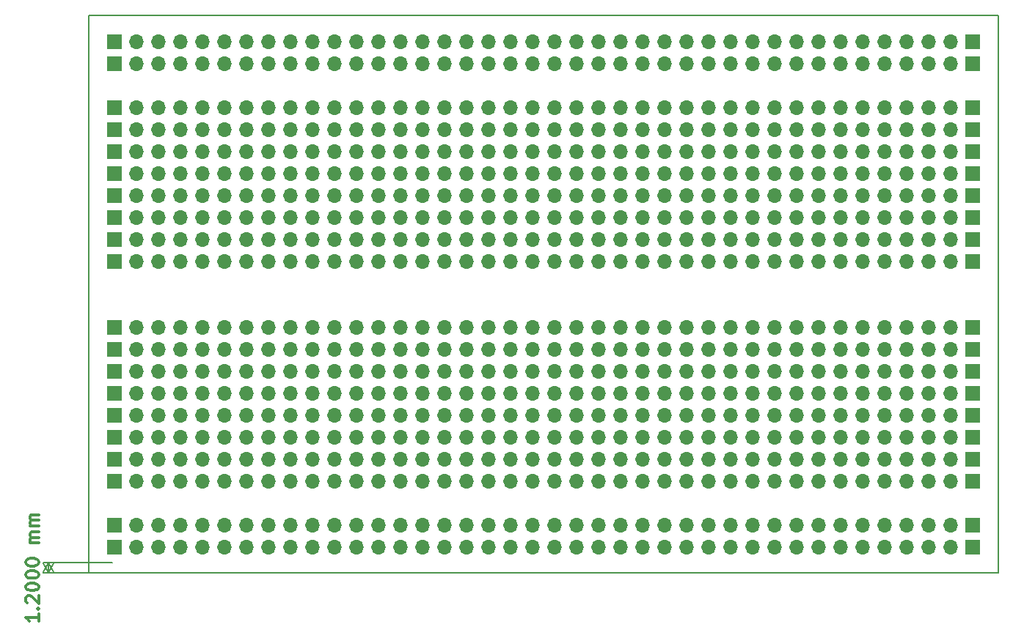
<source format=gbr>
%TF.GenerationSoftware,KiCad,Pcbnew,8.0.1*%
%TF.CreationDate,2024-04-20T13:08:06+02:00*%
%TF.ProjectId,proto_board,70726f74-6f5f-4626-9f61-72642e6b6963,rev?*%
%TF.SameCoordinates,Original*%
%TF.FileFunction,Copper,L1,Top*%
%TF.FilePolarity,Positive*%
%FSLAX46Y46*%
G04 Gerber Fmt 4.6, Leading zero omitted, Abs format (unit mm)*
G04 Created by KiCad (PCBNEW 8.0.1) date 2024-04-20 13:08:06*
%MOMM*%
%LPD*%
G01*
G04 APERTURE LIST*
%ADD10C,0.300000*%
%TA.AperFunction,NonConductor*%
%ADD11C,0.300000*%
%TD*%
%TA.AperFunction,NonConductor*%
%ADD12C,0.200000*%
%TD*%
%TA.AperFunction,ComponentPad*%
%ADD13R,1.700000X1.700000*%
%TD*%
%TA.AperFunction,ComponentPad*%
%ADD14O,1.700000X1.700000*%
%TD*%
G04 APERTURE END LIST*
D10*
D11*
X39668328Y-115607141D02*
X39668328Y-116464284D01*
X39668328Y-116035713D02*
X38168328Y-116035713D01*
X38168328Y-116035713D02*
X38382614Y-116178570D01*
X38382614Y-116178570D02*
X38525471Y-116321427D01*
X38525471Y-116321427D02*
X38596900Y-116464284D01*
X39525471Y-114964285D02*
X39596900Y-114892856D01*
X39596900Y-114892856D02*
X39668328Y-114964285D01*
X39668328Y-114964285D02*
X39596900Y-115035713D01*
X39596900Y-115035713D02*
X39525471Y-114964285D01*
X39525471Y-114964285D02*
X39668328Y-114964285D01*
X38311185Y-114321427D02*
X38239757Y-114249999D01*
X38239757Y-114249999D02*
X38168328Y-114107142D01*
X38168328Y-114107142D02*
X38168328Y-113749999D01*
X38168328Y-113749999D02*
X38239757Y-113607142D01*
X38239757Y-113607142D02*
X38311185Y-113535713D01*
X38311185Y-113535713D02*
X38454042Y-113464284D01*
X38454042Y-113464284D02*
X38596900Y-113464284D01*
X38596900Y-113464284D02*
X38811185Y-113535713D01*
X38811185Y-113535713D02*
X39668328Y-114392856D01*
X39668328Y-114392856D02*
X39668328Y-113464284D01*
X38168328Y-112535713D02*
X38168328Y-112392856D01*
X38168328Y-112392856D02*
X38239757Y-112249999D01*
X38239757Y-112249999D02*
X38311185Y-112178571D01*
X38311185Y-112178571D02*
X38454042Y-112107142D01*
X38454042Y-112107142D02*
X38739757Y-112035713D01*
X38739757Y-112035713D02*
X39096900Y-112035713D01*
X39096900Y-112035713D02*
X39382614Y-112107142D01*
X39382614Y-112107142D02*
X39525471Y-112178571D01*
X39525471Y-112178571D02*
X39596900Y-112249999D01*
X39596900Y-112249999D02*
X39668328Y-112392856D01*
X39668328Y-112392856D02*
X39668328Y-112535713D01*
X39668328Y-112535713D02*
X39596900Y-112678571D01*
X39596900Y-112678571D02*
X39525471Y-112749999D01*
X39525471Y-112749999D02*
X39382614Y-112821428D01*
X39382614Y-112821428D02*
X39096900Y-112892856D01*
X39096900Y-112892856D02*
X38739757Y-112892856D01*
X38739757Y-112892856D02*
X38454042Y-112821428D01*
X38454042Y-112821428D02*
X38311185Y-112749999D01*
X38311185Y-112749999D02*
X38239757Y-112678571D01*
X38239757Y-112678571D02*
X38168328Y-112535713D01*
X38168328Y-111107142D02*
X38168328Y-110964285D01*
X38168328Y-110964285D02*
X38239757Y-110821428D01*
X38239757Y-110821428D02*
X38311185Y-110750000D01*
X38311185Y-110750000D02*
X38454042Y-110678571D01*
X38454042Y-110678571D02*
X38739757Y-110607142D01*
X38739757Y-110607142D02*
X39096900Y-110607142D01*
X39096900Y-110607142D02*
X39382614Y-110678571D01*
X39382614Y-110678571D02*
X39525471Y-110750000D01*
X39525471Y-110750000D02*
X39596900Y-110821428D01*
X39596900Y-110821428D02*
X39668328Y-110964285D01*
X39668328Y-110964285D02*
X39668328Y-111107142D01*
X39668328Y-111107142D02*
X39596900Y-111250000D01*
X39596900Y-111250000D02*
X39525471Y-111321428D01*
X39525471Y-111321428D02*
X39382614Y-111392857D01*
X39382614Y-111392857D02*
X39096900Y-111464285D01*
X39096900Y-111464285D02*
X38739757Y-111464285D01*
X38739757Y-111464285D02*
X38454042Y-111392857D01*
X38454042Y-111392857D02*
X38311185Y-111321428D01*
X38311185Y-111321428D02*
X38239757Y-111250000D01*
X38239757Y-111250000D02*
X38168328Y-111107142D01*
X38168328Y-109678571D02*
X38168328Y-109535714D01*
X38168328Y-109535714D02*
X38239757Y-109392857D01*
X38239757Y-109392857D02*
X38311185Y-109321429D01*
X38311185Y-109321429D02*
X38454042Y-109250000D01*
X38454042Y-109250000D02*
X38739757Y-109178571D01*
X38739757Y-109178571D02*
X39096900Y-109178571D01*
X39096900Y-109178571D02*
X39382614Y-109250000D01*
X39382614Y-109250000D02*
X39525471Y-109321429D01*
X39525471Y-109321429D02*
X39596900Y-109392857D01*
X39596900Y-109392857D02*
X39668328Y-109535714D01*
X39668328Y-109535714D02*
X39668328Y-109678571D01*
X39668328Y-109678571D02*
X39596900Y-109821429D01*
X39596900Y-109821429D02*
X39525471Y-109892857D01*
X39525471Y-109892857D02*
X39382614Y-109964286D01*
X39382614Y-109964286D02*
X39096900Y-110035714D01*
X39096900Y-110035714D02*
X38739757Y-110035714D01*
X38739757Y-110035714D02*
X38454042Y-109964286D01*
X38454042Y-109964286D02*
X38311185Y-109892857D01*
X38311185Y-109892857D02*
X38239757Y-109821429D01*
X38239757Y-109821429D02*
X38168328Y-109678571D01*
X39668328Y-107392858D02*
X38668328Y-107392858D01*
X38811185Y-107392858D02*
X38739757Y-107321429D01*
X38739757Y-107321429D02*
X38668328Y-107178572D01*
X38668328Y-107178572D02*
X38668328Y-106964286D01*
X38668328Y-106964286D02*
X38739757Y-106821429D01*
X38739757Y-106821429D02*
X38882614Y-106750001D01*
X38882614Y-106750001D02*
X39668328Y-106750001D01*
X38882614Y-106750001D02*
X38739757Y-106678572D01*
X38739757Y-106678572D02*
X38668328Y-106535715D01*
X38668328Y-106535715D02*
X38668328Y-106321429D01*
X38668328Y-106321429D02*
X38739757Y-106178572D01*
X38739757Y-106178572D02*
X38882614Y-106107143D01*
X38882614Y-106107143D02*
X39668328Y-106107143D01*
X39668328Y-105392858D02*
X38668328Y-105392858D01*
X38811185Y-105392858D02*
X38739757Y-105321429D01*
X38739757Y-105321429D02*
X38668328Y-105178572D01*
X38668328Y-105178572D02*
X38668328Y-104964286D01*
X38668328Y-104964286D02*
X38739757Y-104821429D01*
X38739757Y-104821429D02*
X38882614Y-104750001D01*
X38882614Y-104750001D02*
X39668328Y-104750001D01*
X38882614Y-104750001D02*
X38739757Y-104678572D01*
X38739757Y-104678572D02*
X38668328Y-104535715D01*
X38668328Y-104535715D02*
X38668328Y-104321429D01*
X38668328Y-104321429D02*
X38739757Y-104178572D01*
X38739757Y-104178572D02*
X38882614Y-104107143D01*
X38882614Y-104107143D02*
X39668328Y-104107143D01*
D12*
X48170000Y-109650000D02*
X40203580Y-109650000D01*
X48170000Y-110850000D02*
X40203580Y-110850000D01*
X40790000Y-109650000D02*
X40790000Y-110850000D01*
X40790000Y-109650000D02*
X40790000Y-110850000D01*
X40790000Y-109650000D02*
X41376421Y-110776504D01*
X40790000Y-109650000D02*
X40203579Y-110776504D01*
X40790000Y-110850000D02*
X40203579Y-109723496D01*
X40790000Y-110850000D02*
X41376421Y-109723496D01*
X45450000Y-46440000D02*
X150470000Y-46440000D01*
X150470000Y-110850000D01*
X45450000Y-110850000D01*
X45450000Y-46440000D01*
D13*
%TO.P,REF\u002A\u002A,1*%
%TO.N,N/C*%
X147465000Y-105325000D03*
D14*
%TO.P,REF\u002A\u002A,2*%
X144925000Y-105325000D03*
%TO.P,REF\u002A\u002A,3*%
X142385000Y-105325000D03*
%TO.P,REF\u002A\u002A,4*%
X139845000Y-105325000D03*
%TO.P,REF\u002A\u002A,5*%
X137305000Y-105325000D03*
%TO.P,REF\u002A\u002A,6*%
X134765000Y-105325000D03*
%TO.P,REF\u002A\u002A,7*%
X132225000Y-105325000D03*
%TO.P,REF\u002A\u002A,8*%
X129685000Y-105325000D03*
%TO.P,REF\u002A\u002A,9*%
X127145000Y-105325000D03*
%TO.P,REF\u002A\u002A,10*%
X124605000Y-105325000D03*
%TO.P,REF\u002A\u002A,11*%
X122065000Y-105325000D03*
%TO.P,REF\u002A\u002A,12*%
X119525000Y-105325000D03*
%TO.P,REF\u002A\u002A,13*%
X116985000Y-105325000D03*
%TO.P,REF\u002A\u002A,14*%
X114445000Y-105325000D03*
%TO.P,REF\u002A\u002A,15*%
X111905000Y-105325000D03*
%TO.P,REF\u002A\u002A,16*%
X109365000Y-105325000D03*
%TO.P,REF\u002A\u002A,17*%
X106825000Y-105325000D03*
%TO.P,REF\u002A\u002A,18*%
X104285000Y-105325000D03*
%TO.P,REF\u002A\u002A,19*%
X101745000Y-105325000D03*
%TO.P,REF\u002A\u002A,20*%
X99205000Y-105325000D03*
%TO.P,REF\u002A\u002A,21*%
X96665000Y-105325000D03*
%TO.P,REF\u002A\u002A,22*%
X94125000Y-105325000D03*
%TO.P,REF\u002A\u002A,23*%
X91585000Y-105325000D03*
%TO.P,REF\u002A\u002A,24*%
X89045000Y-105325000D03*
%TO.P,REF\u002A\u002A,25*%
X86505000Y-105325000D03*
%TO.P,REF\u002A\u002A,26*%
X83965000Y-105325000D03*
%TO.P,REF\u002A\u002A,27*%
X81425000Y-105325000D03*
%TO.P,REF\u002A\u002A,28*%
X78885000Y-105325000D03*
%TO.P,REF\u002A\u002A,29*%
X76345000Y-105325000D03*
%TO.P,REF\u002A\u002A,30*%
X73805000Y-105325000D03*
%TO.P,REF\u002A\u002A,31*%
X71265000Y-105325000D03*
%TO.P,REF\u002A\u002A,32*%
X68725000Y-105325000D03*
%TO.P,REF\u002A\u002A,33*%
X66185000Y-105325000D03*
%TO.P,REF\u002A\u002A,34*%
X63645000Y-105325000D03*
%TO.P,REF\u002A\u002A,35*%
X61105000Y-105325000D03*
%TO.P,REF\u002A\u002A,36*%
X58565000Y-105325000D03*
%TO.P,REF\u002A\u002A,37*%
X56025000Y-105325000D03*
%TO.P,REF\u002A\u002A,38*%
X53485000Y-105325000D03*
%TO.P,REF\u002A\u002A,39*%
X50945000Y-105325000D03*
%TO.P,REF\u002A\u002A,40*%
X48405000Y-105325000D03*
%TD*%
D13*
%TO.P,REF\u002A\u002A,1*%
%TO.N,N/C*%
X147455000Y-62145000D03*
D14*
%TO.P,REF\u002A\u002A,2*%
X144915000Y-62145000D03*
%TO.P,REF\u002A\u002A,3*%
X142375000Y-62145000D03*
%TO.P,REF\u002A\u002A,4*%
X139835000Y-62145000D03*
%TO.P,REF\u002A\u002A,5*%
X137295000Y-62145000D03*
%TO.P,REF\u002A\u002A,6*%
X134755000Y-62145000D03*
%TO.P,REF\u002A\u002A,7*%
X132215000Y-62145000D03*
%TO.P,REF\u002A\u002A,8*%
X129675000Y-62145000D03*
%TO.P,REF\u002A\u002A,9*%
X127135000Y-62145000D03*
%TO.P,REF\u002A\u002A,10*%
X124595000Y-62145000D03*
%TO.P,REF\u002A\u002A,11*%
X122055000Y-62145000D03*
%TO.P,REF\u002A\u002A,12*%
X119515000Y-62145000D03*
%TO.P,REF\u002A\u002A,13*%
X116975000Y-62145000D03*
%TO.P,REF\u002A\u002A,14*%
X114435000Y-62145000D03*
%TO.P,REF\u002A\u002A,15*%
X111895000Y-62145000D03*
%TO.P,REF\u002A\u002A,16*%
X109355000Y-62145000D03*
%TO.P,REF\u002A\u002A,17*%
X106815000Y-62145000D03*
%TO.P,REF\u002A\u002A,18*%
X104275000Y-62145000D03*
%TO.P,REF\u002A\u002A,19*%
X101735000Y-62145000D03*
%TO.P,REF\u002A\u002A,20*%
X99195000Y-62145000D03*
%TO.P,REF\u002A\u002A,21*%
X96655000Y-62145000D03*
%TO.P,REF\u002A\u002A,22*%
X94115000Y-62145000D03*
%TO.P,REF\u002A\u002A,23*%
X91575000Y-62145000D03*
%TO.P,REF\u002A\u002A,24*%
X89035000Y-62145000D03*
%TO.P,REF\u002A\u002A,25*%
X86495000Y-62145000D03*
%TO.P,REF\u002A\u002A,26*%
X83955000Y-62145000D03*
%TO.P,REF\u002A\u002A,27*%
X81415000Y-62145000D03*
%TO.P,REF\u002A\u002A,28*%
X78875000Y-62145000D03*
%TO.P,REF\u002A\u002A,29*%
X76335000Y-62145000D03*
%TO.P,REF\u002A\u002A,30*%
X73795000Y-62145000D03*
%TO.P,REF\u002A\u002A,31*%
X71255000Y-62145000D03*
%TO.P,REF\u002A\u002A,32*%
X68715000Y-62145000D03*
%TO.P,REF\u002A\u002A,33*%
X66175000Y-62145000D03*
%TO.P,REF\u002A\u002A,34*%
X63635000Y-62145000D03*
%TO.P,REF\u002A\u002A,35*%
X61095000Y-62145000D03*
%TO.P,REF\u002A\u002A,36*%
X58555000Y-62145000D03*
%TO.P,REF\u002A\u002A,37*%
X56015000Y-62145000D03*
%TO.P,REF\u002A\u002A,38*%
X53475000Y-62145000D03*
%TO.P,REF\u002A\u002A,39*%
X50935000Y-62145000D03*
%TO.P,REF\u002A\u002A,40*%
X48395000Y-62145000D03*
%TD*%
D13*
%TO.P,REF\u002A\u002A,1*%
%TO.N,N/C*%
X147465000Y-95165000D03*
D14*
%TO.P,REF\u002A\u002A,2*%
X144925000Y-95165000D03*
%TO.P,REF\u002A\u002A,3*%
X142385000Y-95165000D03*
%TO.P,REF\u002A\u002A,4*%
X139845000Y-95165000D03*
%TO.P,REF\u002A\u002A,5*%
X137305000Y-95165000D03*
%TO.P,REF\u002A\u002A,6*%
X134765000Y-95165000D03*
%TO.P,REF\u002A\u002A,7*%
X132225000Y-95165000D03*
%TO.P,REF\u002A\u002A,8*%
X129685000Y-95165000D03*
%TO.P,REF\u002A\u002A,9*%
X127145000Y-95165000D03*
%TO.P,REF\u002A\u002A,10*%
X124605000Y-95165000D03*
%TO.P,REF\u002A\u002A,11*%
X122065000Y-95165000D03*
%TO.P,REF\u002A\u002A,12*%
X119525000Y-95165000D03*
%TO.P,REF\u002A\u002A,13*%
X116985000Y-95165000D03*
%TO.P,REF\u002A\u002A,14*%
X114445000Y-95165000D03*
%TO.P,REF\u002A\u002A,15*%
X111905000Y-95165000D03*
%TO.P,REF\u002A\u002A,16*%
X109365000Y-95165000D03*
%TO.P,REF\u002A\u002A,17*%
X106825000Y-95165000D03*
%TO.P,REF\u002A\u002A,18*%
X104285000Y-95165000D03*
%TO.P,REF\u002A\u002A,19*%
X101745000Y-95165000D03*
%TO.P,REF\u002A\u002A,20*%
X99205000Y-95165000D03*
%TO.P,REF\u002A\u002A,21*%
X96665000Y-95165000D03*
%TO.P,REF\u002A\u002A,22*%
X94125000Y-95165000D03*
%TO.P,REF\u002A\u002A,23*%
X91585000Y-95165000D03*
%TO.P,REF\u002A\u002A,24*%
X89045000Y-95165000D03*
%TO.P,REF\u002A\u002A,25*%
X86505000Y-95165000D03*
%TO.P,REF\u002A\u002A,26*%
X83965000Y-95165000D03*
%TO.P,REF\u002A\u002A,27*%
X81425000Y-95165000D03*
%TO.P,REF\u002A\u002A,28*%
X78885000Y-95165000D03*
%TO.P,REF\u002A\u002A,29*%
X76345000Y-95165000D03*
%TO.P,REF\u002A\u002A,30*%
X73805000Y-95165000D03*
%TO.P,REF\u002A\u002A,31*%
X71265000Y-95165000D03*
%TO.P,REF\u002A\u002A,32*%
X68725000Y-95165000D03*
%TO.P,REF\u002A\u002A,33*%
X66185000Y-95165000D03*
%TO.P,REF\u002A\u002A,34*%
X63645000Y-95165000D03*
%TO.P,REF\u002A\u002A,35*%
X61105000Y-95165000D03*
%TO.P,REF\u002A\u002A,36*%
X58565000Y-95165000D03*
%TO.P,REF\u002A\u002A,37*%
X56025000Y-95165000D03*
%TO.P,REF\u002A\u002A,38*%
X53485000Y-95165000D03*
%TO.P,REF\u002A\u002A,39*%
X50945000Y-95165000D03*
%TO.P,REF\u002A\u002A,40*%
X48405000Y-95165000D03*
%TD*%
D13*
%TO.P,REF\u002A\u002A,1*%
%TO.N,N/C*%
X147455000Y-51985000D03*
D14*
%TO.P,REF\u002A\u002A,2*%
X144915000Y-51985000D03*
%TO.P,REF\u002A\u002A,3*%
X142375000Y-51985000D03*
%TO.P,REF\u002A\u002A,4*%
X139835000Y-51985000D03*
%TO.P,REF\u002A\u002A,5*%
X137295000Y-51985000D03*
%TO.P,REF\u002A\u002A,6*%
X134755000Y-51985000D03*
%TO.P,REF\u002A\u002A,7*%
X132215000Y-51985000D03*
%TO.P,REF\u002A\u002A,8*%
X129675000Y-51985000D03*
%TO.P,REF\u002A\u002A,9*%
X127135000Y-51985000D03*
%TO.P,REF\u002A\u002A,10*%
X124595000Y-51985000D03*
%TO.P,REF\u002A\u002A,11*%
X122055000Y-51985000D03*
%TO.P,REF\u002A\u002A,12*%
X119515000Y-51985000D03*
%TO.P,REF\u002A\u002A,13*%
X116975000Y-51985000D03*
%TO.P,REF\u002A\u002A,14*%
X114435000Y-51985000D03*
%TO.P,REF\u002A\u002A,15*%
X111895000Y-51985000D03*
%TO.P,REF\u002A\u002A,16*%
X109355000Y-51985000D03*
%TO.P,REF\u002A\u002A,17*%
X106815000Y-51985000D03*
%TO.P,REF\u002A\u002A,18*%
X104275000Y-51985000D03*
%TO.P,REF\u002A\u002A,19*%
X101735000Y-51985000D03*
%TO.P,REF\u002A\u002A,20*%
X99195000Y-51985000D03*
%TO.P,REF\u002A\u002A,21*%
X96655000Y-51985000D03*
%TO.P,REF\u002A\u002A,22*%
X94115000Y-51985000D03*
%TO.P,REF\u002A\u002A,23*%
X91575000Y-51985000D03*
%TO.P,REF\u002A\u002A,24*%
X89035000Y-51985000D03*
%TO.P,REF\u002A\u002A,25*%
X86495000Y-51985000D03*
%TO.P,REF\u002A\u002A,26*%
X83955000Y-51985000D03*
%TO.P,REF\u002A\u002A,27*%
X81415000Y-51985000D03*
%TO.P,REF\u002A\u002A,28*%
X78875000Y-51985000D03*
%TO.P,REF\u002A\u002A,29*%
X76335000Y-51985000D03*
%TO.P,REF\u002A\u002A,30*%
X73795000Y-51985000D03*
%TO.P,REF\u002A\u002A,31*%
X71255000Y-51985000D03*
%TO.P,REF\u002A\u002A,32*%
X68715000Y-51985000D03*
%TO.P,REF\u002A\u002A,33*%
X66175000Y-51985000D03*
%TO.P,REF\u002A\u002A,34*%
X63635000Y-51985000D03*
%TO.P,REF\u002A\u002A,35*%
X61095000Y-51985000D03*
%TO.P,REF\u002A\u002A,36*%
X58555000Y-51985000D03*
%TO.P,REF\u002A\u002A,37*%
X56015000Y-51985000D03*
%TO.P,REF\u002A\u002A,38*%
X53475000Y-51985000D03*
%TO.P,REF\u002A\u002A,39*%
X50935000Y-51985000D03*
%TO.P,REF\u002A\u002A,40*%
X48395000Y-51985000D03*
%TD*%
D13*
%TO.P,REF\u002A\u002A,1*%
%TO.N,N/C*%
X147465000Y-97705000D03*
D14*
%TO.P,REF\u002A\u002A,2*%
X144925000Y-97705000D03*
%TO.P,REF\u002A\u002A,3*%
X142385000Y-97705000D03*
%TO.P,REF\u002A\u002A,4*%
X139845000Y-97705000D03*
%TO.P,REF\u002A\u002A,5*%
X137305000Y-97705000D03*
%TO.P,REF\u002A\u002A,6*%
X134765000Y-97705000D03*
%TO.P,REF\u002A\u002A,7*%
X132225000Y-97705000D03*
%TO.P,REF\u002A\u002A,8*%
X129685000Y-97705000D03*
%TO.P,REF\u002A\u002A,9*%
X127145000Y-97705000D03*
%TO.P,REF\u002A\u002A,10*%
X124605000Y-97705000D03*
%TO.P,REF\u002A\u002A,11*%
X122065000Y-97705000D03*
%TO.P,REF\u002A\u002A,12*%
X119525000Y-97705000D03*
%TO.P,REF\u002A\u002A,13*%
X116985000Y-97705000D03*
%TO.P,REF\u002A\u002A,14*%
X114445000Y-97705000D03*
%TO.P,REF\u002A\u002A,15*%
X111905000Y-97705000D03*
%TO.P,REF\u002A\u002A,16*%
X109365000Y-97705000D03*
%TO.P,REF\u002A\u002A,17*%
X106825000Y-97705000D03*
%TO.P,REF\u002A\u002A,18*%
X104285000Y-97705000D03*
%TO.P,REF\u002A\u002A,19*%
X101745000Y-97705000D03*
%TO.P,REF\u002A\u002A,20*%
X99205000Y-97705000D03*
%TO.P,REF\u002A\u002A,21*%
X96665000Y-97705000D03*
%TO.P,REF\u002A\u002A,22*%
X94125000Y-97705000D03*
%TO.P,REF\u002A\u002A,23*%
X91585000Y-97705000D03*
%TO.P,REF\u002A\u002A,24*%
X89045000Y-97705000D03*
%TO.P,REF\u002A\u002A,25*%
X86505000Y-97705000D03*
%TO.P,REF\u002A\u002A,26*%
X83965000Y-97705000D03*
%TO.P,REF\u002A\u002A,27*%
X81425000Y-97705000D03*
%TO.P,REF\u002A\u002A,28*%
X78885000Y-97705000D03*
%TO.P,REF\u002A\u002A,29*%
X76345000Y-97705000D03*
%TO.P,REF\u002A\u002A,30*%
X73805000Y-97705000D03*
%TO.P,REF\u002A\u002A,31*%
X71265000Y-97705000D03*
%TO.P,REF\u002A\u002A,32*%
X68725000Y-97705000D03*
%TO.P,REF\u002A\u002A,33*%
X66185000Y-97705000D03*
%TO.P,REF\u002A\u002A,34*%
X63645000Y-97705000D03*
%TO.P,REF\u002A\u002A,35*%
X61105000Y-97705000D03*
%TO.P,REF\u002A\u002A,36*%
X58565000Y-97705000D03*
%TO.P,REF\u002A\u002A,37*%
X56025000Y-97705000D03*
%TO.P,REF\u002A\u002A,38*%
X53485000Y-97705000D03*
%TO.P,REF\u002A\u002A,39*%
X50945000Y-97705000D03*
%TO.P,REF\u002A\u002A,40*%
X48405000Y-97705000D03*
%TD*%
D13*
%TO.P,REF\u002A\u002A,1*%
%TO.N,N/C*%
X147465000Y-90085000D03*
D14*
%TO.P,REF\u002A\u002A,2*%
X144925000Y-90085000D03*
%TO.P,REF\u002A\u002A,3*%
X142385000Y-90085000D03*
%TO.P,REF\u002A\u002A,4*%
X139845000Y-90085000D03*
%TO.P,REF\u002A\u002A,5*%
X137305000Y-90085000D03*
%TO.P,REF\u002A\u002A,6*%
X134765000Y-90085000D03*
%TO.P,REF\u002A\u002A,7*%
X132225000Y-90085000D03*
%TO.P,REF\u002A\u002A,8*%
X129685000Y-90085000D03*
%TO.P,REF\u002A\u002A,9*%
X127145000Y-90085000D03*
%TO.P,REF\u002A\u002A,10*%
X124605000Y-90085000D03*
%TO.P,REF\u002A\u002A,11*%
X122065000Y-90085000D03*
%TO.P,REF\u002A\u002A,12*%
X119525000Y-90085000D03*
%TO.P,REF\u002A\u002A,13*%
X116985000Y-90085000D03*
%TO.P,REF\u002A\u002A,14*%
X114445000Y-90085000D03*
%TO.P,REF\u002A\u002A,15*%
X111905000Y-90085000D03*
%TO.P,REF\u002A\u002A,16*%
X109365000Y-90085000D03*
%TO.P,REF\u002A\u002A,17*%
X106825000Y-90085000D03*
%TO.P,REF\u002A\u002A,18*%
X104285000Y-90085000D03*
%TO.P,REF\u002A\u002A,19*%
X101745000Y-90085000D03*
%TO.P,REF\u002A\u002A,20*%
X99205000Y-90085000D03*
%TO.P,REF\u002A\u002A,21*%
X96665000Y-90085000D03*
%TO.P,REF\u002A\u002A,22*%
X94125000Y-90085000D03*
%TO.P,REF\u002A\u002A,23*%
X91585000Y-90085000D03*
%TO.P,REF\u002A\u002A,24*%
X89045000Y-90085000D03*
%TO.P,REF\u002A\u002A,25*%
X86505000Y-90085000D03*
%TO.P,REF\u002A\u002A,26*%
X83965000Y-90085000D03*
%TO.P,REF\u002A\u002A,27*%
X81425000Y-90085000D03*
%TO.P,REF\u002A\u002A,28*%
X78885000Y-90085000D03*
%TO.P,REF\u002A\u002A,29*%
X76345000Y-90085000D03*
%TO.P,REF\u002A\u002A,30*%
X73805000Y-90085000D03*
%TO.P,REF\u002A\u002A,31*%
X71265000Y-90085000D03*
%TO.P,REF\u002A\u002A,32*%
X68725000Y-90085000D03*
%TO.P,REF\u002A\u002A,33*%
X66185000Y-90085000D03*
%TO.P,REF\u002A\u002A,34*%
X63645000Y-90085000D03*
%TO.P,REF\u002A\u002A,35*%
X61105000Y-90085000D03*
%TO.P,REF\u002A\u002A,36*%
X58565000Y-90085000D03*
%TO.P,REF\u002A\u002A,37*%
X56025000Y-90085000D03*
%TO.P,REF\u002A\u002A,38*%
X53485000Y-90085000D03*
%TO.P,REF\u002A\u002A,39*%
X50945000Y-90085000D03*
%TO.P,REF\u002A\u002A,40*%
X48405000Y-90085000D03*
%TD*%
D13*
%TO.P,REF\u002A\u002A,1*%
%TO.N,N/C*%
X147465000Y-85005000D03*
D14*
%TO.P,REF\u002A\u002A,2*%
X144925000Y-85005000D03*
%TO.P,REF\u002A\u002A,3*%
X142385000Y-85005000D03*
%TO.P,REF\u002A\u002A,4*%
X139845000Y-85005000D03*
%TO.P,REF\u002A\u002A,5*%
X137305000Y-85005000D03*
%TO.P,REF\u002A\u002A,6*%
X134765000Y-85005000D03*
%TO.P,REF\u002A\u002A,7*%
X132225000Y-85005000D03*
%TO.P,REF\u002A\u002A,8*%
X129685000Y-85005000D03*
%TO.P,REF\u002A\u002A,9*%
X127145000Y-85005000D03*
%TO.P,REF\u002A\u002A,10*%
X124605000Y-85005000D03*
%TO.P,REF\u002A\u002A,11*%
X122065000Y-85005000D03*
%TO.P,REF\u002A\u002A,12*%
X119525000Y-85005000D03*
%TO.P,REF\u002A\u002A,13*%
X116985000Y-85005000D03*
%TO.P,REF\u002A\u002A,14*%
X114445000Y-85005000D03*
%TO.P,REF\u002A\u002A,15*%
X111905000Y-85005000D03*
%TO.P,REF\u002A\u002A,16*%
X109365000Y-85005000D03*
%TO.P,REF\u002A\u002A,17*%
X106825000Y-85005000D03*
%TO.P,REF\u002A\u002A,18*%
X104285000Y-85005000D03*
%TO.P,REF\u002A\u002A,19*%
X101745000Y-85005000D03*
%TO.P,REF\u002A\u002A,20*%
X99205000Y-85005000D03*
%TO.P,REF\u002A\u002A,21*%
X96665000Y-85005000D03*
%TO.P,REF\u002A\u002A,22*%
X94125000Y-85005000D03*
%TO.P,REF\u002A\u002A,23*%
X91585000Y-85005000D03*
%TO.P,REF\u002A\u002A,24*%
X89045000Y-85005000D03*
%TO.P,REF\u002A\u002A,25*%
X86505000Y-85005000D03*
%TO.P,REF\u002A\u002A,26*%
X83965000Y-85005000D03*
%TO.P,REF\u002A\u002A,27*%
X81425000Y-85005000D03*
%TO.P,REF\u002A\u002A,28*%
X78885000Y-85005000D03*
%TO.P,REF\u002A\u002A,29*%
X76345000Y-85005000D03*
%TO.P,REF\u002A\u002A,30*%
X73805000Y-85005000D03*
%TO.P,REF\u002A\u002A,31*%
X71265000Y-85005000D03*
%TO.P,REF\u002A\u002A,32*%
X68725000Y-85005000D03*
%TO.P,REF\u002A\u002A,33*%
X66185000Y-85005000D03*
%TO.P,REF\u002A\u002A,34*%
X63645000Y-85005000D03*
%TO.P,REF\u002A\u002A,35*%
X61105000Y-85005000D03*
%TO.P,REF\u002A\u002A,36*%
X58565000Y-85005000D03*
%TO.P,REF\u002A\u002A,37*%
X56025000Y-85005000D03*
%TO.P,REF\u002A\u002A,38*%
X53485000Y-85005000D03*
%TO.P,REF\u002A\u002A,39*%
X50945000Y-85005000D03*
%TO.P,REF\u002A\u002A,40*%
X48405000Y-85005000D03*
%TD*%
%TO.P,,25*%
%TO.N,N/C*%
X86505000Y-85005000D03*
%TD*%
D13*
%TO.P,REF\u002A\u002A,1*%
%TO.N,N/C*%
X147465000Y-107865000D03*
D14*
%TO.P,REF\u002A\u002A,2*%
X144925000Y-107865000D03*
%TO.P,REF\u002A\u002A,3*%
X142385000Y-107865000D03*
%TO.P,REF\u002A\u002A,4*%
X139845000Y-107865000D03*
%TO.P,REF\u002A\u002A,5*%
X137305000Y-107865000D03*
%TO.P,REF\u002A\u002A,6*%
X134765000Y-107865000D03*
%TO.P,REF\u002A\u002A,7*%
X132225000Y-107865000D03*
%TO.P,REF\u002A\u002A,8*%
X129685000Y-107865000D03*
%TO.P,REF\u002A\u002A,9*%
X127145000Y-107865000D03*
%TO.P,REF\u002A\u002A,10*%
X124605000Y-107865000D03*
%TO.P,REF\u002A\u002A,11*%
X122065000Y-107865000D03*
%TO.P,REF\u002A\u002A,12*%
X119525000Y-107865000D03*
%TO.P,REF\u002A\u002A,13*%
X116985000Y-107865000D03*
%TO.P,REF\u002A\u002A,14*%
X114445000Y-107865000D03*
%TO.P,REF\u002A\u002A,15*%
X111905000Y-107865000D03*
%TO.P,REF\u002A\u002A,16*%
X109365000Y-107865000D03*
%TO.P,REF\u002A\u002A,17*%
X106825000Y-107865000D03*
%TO.P,REF\u002A\u002A,18*%
X104285000Y-107865000D03*
%TO.P,REF\u002A\u002A,19*%
X101745000Y-107865000D03*
%TO.P,REF\u002A\u002A,20*%
X99205000Y-107865000D03*
%TO.P,REF\u002A\u002A,21*%
X96665000Y-107865000D03*
%TO.P,REF\u002A\u002A,22*%
X94125000Y-107865000D03*
%TO.P,REF\u002A\u002A,23*%
X91585000Y-107865000D03*
%TO.P,REF\u002A\u002A,24*%
X89045000Y-107865000D03*
%TO.P,REF\u002A\u002A,25*%
X86505000Y-107865000D03*
%TO.P,REF\u002A\u002A,26*%
X83965000Y-107865000D03*
%TO.P,REF\u002A\u002A,27*%
X81425000Y-107865000D03*
%TO.P,REF\u002A\u002A,28*%
X78885000Y-107865000D03*
%TO.P,REF\u002A\u002A,29*%
X76345000Y-107865000D03*
%TO.P,REF\u002A\u002A,30*%
X73805000Y-107865000D03*
%TO.P,REF\u002A\u002A,31*%
X71265000Y-107865000D03*
%TO.P,REF\u002A\u002A,32*%
X68725000Y-107865000D03*
%TO.P,REF\u002A\u002A,33*%
X66185000Y-107865000D03*
%TO.P,REF\u002A\u002A,34*%
X63645000Y-107865000D03*
%TO.P,REF\u002A\u002A,35*%
X61105000Y-107865000D03*
%TO.P,REF\u002A\u002A,36*%
X58565000Y-107865000D03*
%TO.P,REF\u002A\u002A,37*%
X56025000Y-107865000D03*
%TO.P,REF\u002A\u002A,38*%
X53485000Y-107865000D03*
%TO.P,REF\u002A\u002A,39*%
X50945000Y-107865000D03*
%TO.P,REF\u002A\u002A,40*%
X48405000Y-107865000D03*
%TD*%
D13*
%TO.P,REF\u002A\u002A,1*%
%TO.N,N/C*%
X147455000Y-74845000D03*
D14*
%TO.P,REF\u002A\u002A,2*%
X144915000Y-74845000D03*
%TO.P,REF\u002A\u002A,3*%
X142375000Y-74845000D03*
%TO.P,REF\u002A\u002A,4*%
X139835000Y-74845000D03*
%TO.P,REF\u002A\u002A,5*%
X137295000Y-74845000D03*
%TO.P,REF\u002A\u002A,6*%
X134755000Y-74845000D03*
%TO.P,REF\u002A\u002A,7*%
X132215000Y-74845000D03*
%TO.P,REF\u002A\u002A,8*%
X129675000Y-74845000D03*
%TO.P,REF\u002A\u002A,9*%
X127135000Y-74845000D03*
%TO.P,REF\u002A\u002A,10*%
X124595000Y-74845000D03*
%TO.P,REF\u002A\u002A,11*%
X122055000Y-74845000D03*
%TO.P,REF\u002A\u002A,12*%
X119515000Y-74845000D03*
%TO.P,REF\u002A\u002A,13*%
X116975000Y-74845000D03*
%TO.P,REF\u002A\u002A,14*%
X114435000Y-74845000D03*
%TO.P,REF\u002A\u002A,15*%
X111895000Y-74845000D03*
%TO.P,REF\u002A\u002A,16*%
X109355000Y-74845000D03*
%TO.P,REF\u002A\u002A,17*%
X106815000Y-74845000D03*
%TO.P,REF\u002A\u002A,18*%
X104275000Y-74845000D03*
%TO.P,REF\u002A\u002A,19*%
X101735000Y-74845000D03*
%TO.P,REF\u002A\u002A,20*%
X99195000Y-74845000D03*
%TO.P,REF\u002A\u002A,21*%
X96655000Y-74845000D03*
%TO.P,REF\u002A\u002A,22*%
X94115000Y-74845000D03*
%TO.P,REF\u002A\u002A,23*%
X91575000Y-74845000D03*
%TO.P,REF\u002A\u002A,24*%
X89035000Y-74845000D03*
%TO.P,REF\u002A\u002A,25*%
X86495000Y-74845000D03*
%TO.P,REF\u002A\u002A,26*%
X83955000Y-74845000D03*
%TO.P,REF\u002A\u002A,27*%
X81415000Y-74845000D03*
%TO.P,REF\u002A\u002A,28*%
X78875000Y-74845000D03*
%TO.P,REF\u002A\u002A,29*%
X76335000Y-74845000D03*
%TO.P,REF\u002A\u002A,30*%
X73795000Y-74845000D03*
%TO.P,REF\u002A\u002A,31*%
X71255000Y-74845000D03*
%TO.P,REF\u002A\u002A,32*%
X68715000Y-74845000D03*
%TO.P,REF\u002A\u002A,33*%
X66175000Y-74845000D03*
%TO.P,REF\u002A\u002A,34*%
X63635000Y-74845000D03*
%TO.P,REF\u002A\u002A,35*%
X61095000Y-74845000D03*
%TO.P,REF\u002A\u002A,36*%
X58555000Y-74845000D03*
%TO.P,REF\u002A\u002A,37*%
X56015000Y-74845000D03*
%TO.P,REF\u002A\u002A,38*%
X53475000Y-74845000D03*
%TO.P,REF\u002A\u002A,39*%
X50935000Y-74845000D03*
%TO.P,REF\u002A\u002A,40*%
X48395000Y-74845000D03*
%TD*%
D13*
%TO.P,REF\u002A\u002A,1*%
%TO.N,N/C*%
X147465000Y-92625000D03*
D14*
%TO.P,REF\u002A\u002A,2*%
X144925000Y-92625000D03*
%TO.P,REF\u002A\u002A,3*%
X142385000Y-92625000D03*
%TO.P,REF\u002A\u002A,4*%
X139845000Y-92625000D03*
%TO.P,REF\u002A\u002A,5*%
X137305000Y-92625000D03*
%TO.P,REF\u002A\u002A,6*%
X134765000Y-92625000D03*
%TO.P,REF\u002A\u002A,7*%
X132225000Y-92625000D03*
%TO.P,REF\u002A\u002A,8*%
X129685000Y-92625000D03*
%TO.P,REF\u002A\u002A,9*%
X127145000Y-92625000D03*
%TO.P,REF\u002A\u002A,10*%
X124605000Y-92625000D03*
%TO.P,REF\u002A\u002A,11*%
X122065000Y-92625000D03*
%TO.P,REF\u002A\u002A,12*%
X119525000Y-92625000D03*
%TO.P,REF\u002A\u002A,13*%
X116985000Y-92625000D03*
%TO.P,REF\u002A\u002A,14*%
X114445000Y-92625000D03*
%TO.P,REF\u002A\u002A,15*%
X111905000Y-92625000D03*
%TO.P,REF\u002A\u002A,16*%
X109365000Y-92625000D03*
%TO.P,REF\u002A\u002A,17*%
X106825000Y-92625000D03*
%TO.P,REF\u002A\u002A,18*%
X104285000Y-92625000D03*
%TO.P,REF\u002A\u002A,19*%
X101745000Y-92625000D03*
%TO.P,REF\u002A\u002A,20*%
X99205000Y-92625000D03*
%TO.P,REF\u002A\u002A,21*%
X96665000Y-92625000D03*
%TO.P,REF\u002A\u002A,22*%
X94125000Y-92625000D03*
%TO.P,REF\u002A\u002A,23*%
X91585000Y-92625000D03*
%TO.P,REF\u002A\u002A,24*%
X89045000Y-92625000D03*
%TO.P,REF\u002A\u002A,25*%
X86505000Y-92625000D03*
%TO.P,REF\u002A\u002A,26*%
X83965000Y-92625000D03*
%TO.P,REF\u002A\u002A,27*%
X81425000Y-92625000D03*
%TO.P,REF\u002A\u002A,28*%
X78885000Y-92625000D03*
%TO.P,REF\u002A\u002A,29*%
X76345000Y-92625000D03*
%TO.P,REF\u002A\u002A,30*%
X73805000Y-92625000D03*
%TO.P,REF\u002A\u002A,31*%
X71265000Y-92625000D03*
%TO.P,REF\u002A\u002A,32*%
X68725000Y-92625000D03*
%TO.P,REF\u002A\u002A,33*%
X66185000Y-92625000D03*
%TO.P,REF\u002A\u002A,34*%
X63645000Y-92625000D03*
%TO.P,REF\u002A\u002A,35*%
X61105000Y-92625000D03*
%TO.P,REF\u002A\u002A,36*%
X58565000Y-92625000D03*
%TO.P,REF\u002A\u002A,37*%
X56025000Y-92625000D03*
%TO.P,REF\u002A\u002A,38*%
X53485000Y-92625000D03*
%TO.P,REF\u002A\u002A,39*%
X50945000Y-92625000D03*
%TO.P,REF\u002A\u002A,40*%
X48405000Y-92625000D03*
%TD*%
D13*
%TO.P,REF\u002A\u002A,1*%
%TO.N,N/C*%
X147465000Y-100245000D03*
D14*
%TO.P,REF\u002A\u002A,2*%
X144925000Y-100245000D03*
%TO.P,REF\u002A\u002A,3*%
X142385000Y-100245000D03*
%TO.P,REF\u002A\u002A,4*%
X139845000Y-100245000D03*
%TO.P,REF\u002A\u002A,5*%
X137305000Y-100245000D03*
%TO.P,REF\u002A\u002A,6*%
X134765000Y-100245000D03*
%TO.P,REF\u002A\u002A,7*%
X132225000Y-100245000D03*
%TO.P,REF\u002A\u002A,8*%
X129685000Y-100245000D03*
%TO.P,REF\u002A\u002A,9*%
X127145000Y-100245000D03*
%TO.P,REF\u002A\u002A,10*%
X124605000Y-100245000D03*
%TO.P,REF\u002A\u002A,11*%
X122065000Y-100245000D03*
%TO.P,REF\u002A\u002A,12*%
X119525000Y-100245000D03*
%TO.P,REF\u002A\u002A,13*%
X116985000Y-100245000D03*
%TO.P,REF\u002A\u002A,14*%
X114445000Y-100245000D03*
%TO.P,REF\u002A\u002A,15*%
X111905000Y-100245000D03*
%TO.P,REF\u002A\u002A,16*%
X109365000Y-100245000D03*
%TO.P,REF\u002A\u002A,17*%
X106825000Y-100245000D03*
%TO.P,REF\u002A\u002A,18*%
X104285000Y-100245000D03*
%TO.P,REF\u002A\u002A,19*%
X101745000Y-100245000D03*
%TO.P,REF\u002A\u002A,20*%
X99205000Y-100245000D03*
%TO.P,REF\u002A\u002A,21*%
X96665000Y-100245000D03*
%TO.P,REF\u002A\u002A,22*%
X94125000Y-100245000D03*
%TO.P,REF\u002A\u002A,23*%
X91585000Y-100245000D03*
%TO.P,REF\u002A\u002A,24*%
X89045000Y-100245000D03*
%TO.P,REF\u002A\u002A,25*%
X86505000Y-100245000D03*
%TO.P,REF\u002A\u002A,26*%
X83965000Y-100245000D03*
%TO.P,REF\u002A\u002A,27*%
X81425000Y-100245000D03*
%TO.P,REF\u002A\u002A,28*%
X78885000Y-100245000D03*
%TO.P,REF\u002A\u002A,29*%
X76345000Y-100245000D03*
%TO.P,REF\u002A\u002A,30*%
X73805000Y-100245000D03*
%TO.P,REF\u002A\u002A,31*%
X71265000Y-100245000D03*
%TO.P,REF\u002A\u002A,32*%
X68725000Y-100245000D03*
%TO.P,REF\u002A\u002A,33*%
X66185000Y-100245000D03*
%TO.P,REF\u002A\u002A,34*%
X63645000Y-100245000D03*
%TO.P,REF\u002A\u002A,35*%
X61105000Y-100245000D03*
%TO.P,REF\u002A\u002A,36*%
X58565000Y-100245000D03*
%TO.P,REF\u002A\u002A,37*%
X56025000Y-100245000D03*
%TO.P,REF\u002A\u002A,38*%
X53485000Y-100245000D03*
%TO.P,REF\u002A\u002A,39*%
X50945000Y-100245000D03*
%TO.P,REF\u002A\u002A,40*%
X48405000Y-100245000D03*
%TD*%
D13*
%TO.P,REF\u002A\u002A,1*%
%TO.N,N/C*%
X147455000Y-64685000D03*
D14*
%TO.P,REF\u002A\u002A,2*%
X144915000Y-64685000D03*
%TO.P,REF\u002A\u002A,3*%
X142375000Y-64685000D03*
%TO.P,REF\u002A\u002A,4*%
X139835000Y-64685000D03*
%TO.P,REF\u002A\u002A,5*%
X137295000Y-64685000D03*
%TO.P,REF\u002A\u002A,6*%
X134755000Y-64685000D03*
%TO.P,REF\u002A\u002A,7*%
X132215000Y-64685000D03*
%TO.P,REF\u002A\u002A,8*%
X129675000Y-64685000D03*
%TO.P,REF\u002A\u002A,9*%
X127135000Y-64685000D03*
%TO.P,REF\u002A\u002A,10*%
X124595000Y-64685000D03*
%TO.P,REF\u002A\u002A,11*%
X122055000Y-64685000D03*
%TO.P,REF\u002A\u002A,12*%
X119515000Y-64685000D03*
%TO.P,REF\u002A\u002A,13*%
X116975000Y-64685000D03*
%TO.P,REF\u002A\u002A,14*%
X114435000Y-64685000D03*
%TO.P,REF\u002A\u002A,15*%
X111895000Y-64685000D03*
%TO.P,REF\u002A\u002A,16*%
X109355000Y-64685000D03*
%TO.P,REF\u002A\u002A,17*%
X106815000Y-64685000D03*
%TO.P,REF\u002A\u002A,18*%
X104275000Y-64685000D03*
%TO.P,REF\u002A\u002A,19*%
X101735000Y-64685000D03*
%TO.P,REF\u002A\u002A,20*%
X99195000Y-64685000D03*
%TO.P,REF\u002A\u002A,21*%
X96655000Y-64685000D03*
%TO.P,REF\u002A\u002A,22*%
X94115000Y-64685000D03*
%TO.P,REF\u002A\u002A,23*%
X91575000Y-64685000D03*
%TO.P,REF\u002A\u002A,24*%
X89035000Y-64685000D03*
%TO.P,REF\u002A\u002A,25*%
X86495000Y-64685000D03*
%TO.P,REF\u002A\u002A,26*%
X83955000Y-64685000D03*
%TO.P,REF\u002A\u002A,27*%
X81415000Y-64685000D03*
%TO.P,REF\u002A\u002A,28*%
X78875000Y-64685000D03*
%TO.P,REF\u002A\u002A,29*%
X76335000Y-64685000D03*
%TO.P,REF\u002A\u002A,30*%
X73795000Y-64685000D03*
%TO.P,REF\u002A\u002A,31*%
X71255000Y-64685000D03*
%TO.P,REF\u002A\u002A,32*%
X68715000Y-64685000D03*
%TO.P,REF\u002A\u002A,33*%
X66175000Y-64685000D03*
%TO.P,REF\u002A\u002A,34*%
X63635000Y-64685000D03*
%TO.P,REF\u002A\u002A,35*%
X61095000Y-64685000D03*
%TO.P,REF\u002A\u002A,36*%
X58555000Y-64685000D03*
%TO.P,REF\u002A\u002A,37*%
X56015000Y-64685000D03*
%TO.P,REF\u002A\u002A,38*%
X53475000Y-64685000D03*
%TO.P,REF\u002A\u002A,39*%
X50935000Y-64685000D03*
%TO.P,REF\u002A\u002A,40*%
X48395000Y-64685000D03*
%TD*%
D13*
%TO.P,REF\u002A\u002A,1*%
%TO.N,N/C*%
X147455000Y-72305000D03*
D14*
%TO.P,REF\u002A\u002A,2*%
X144915000Y-72305000D03*
%TO.P,REF\u002A\u002A,3*%
X142375000Y-72305000D03*
%TO.P,REF\u002A\u002A,4*%
X139835000Y-72305000D03*
%TO.P,REF\u002A\u002A,5*%
X137295000Y-72305000D03*
%TO.P,REF\u002A\u002A,6*%
X134755000Y-72305000D03*
%TO.P,REF\u002A\u002A,7*%
X132215000Y-72305000D03*
%TO.P,REF\u002A\u002A,8*%
X129675000Y-72305000D03*
%TO.P,REF\u002A\u002A,9*%
X127135000Y-72305000D03*
%TO.P,REF\u002A\u002A,10*%
X124595000Y-72305000D03*
%TO.P,REF\u002A\u002A,11*%
X122055000Y-72305000D03*
%TO.P,REF\u002A\u002A,12*%
X119515000Y-72305000D03*
%TO.P,REF\u002A\u002A,13*%
X116975000Y-72305000D03*
%TO.P,REF\u002A\u002A,14*%
X114435000Y-72305000D03*
%TO.P,REF\u002A\u002A,15*%
X111895000Y-72305000D03*
%TO.P,REF\u002A\u002A,16*%
X109355000Y-72305000D03*
%TO.P,REF\u002A\u002A,17*%
X106815000Y-72305000D03*
%TO.P,REF\u002A\u002A,18*%
X104275000Y-72305000D03*
%TO.P,REF\u002A\u002A,19*%
X101735000Y-72305000D03*
%TO.P,REF\u002A\u002A,20*%
X99195000Y-72305000D03*
%TO.P,REF\u002A\u002A,21*%
X96655000Y-72305000D03*
%TO.P,REF\u002A\u002A,22*%
X94115000Y-72305000D03*
%TO.P,REF\u002A\u002A,23*%
X91575000Y-72305000D03*
%TO.P,REF\u002A\u002A,24*%
X89035000Y-72305000D03*
%TO.P,REF\u002A\u002A,25*%
X86495000Y-72305000D03*
%TO.P,REF\u002A\u002A,26*%
X83955000Y-72305000D03*
%TO.P,REF\u002A\u002A,27*%
X81415000Y-72305000D03*
%TO.P,REF\u002A\u002A,28*%
X78875000Y-72305000D03*
%TO.P,REF\u002A\u002A,29*%
X76335000Y-72305000D03*
%TO.P,REF\u002A\u002A,30*%
X73795000Y-72305000D03*
%TO.P,REF\u002A\u002A,31*%
X71255000Y-72305000D03*
%TO.P,REF\u002A\u002A,32*%
X68715000Y-72305000D03*
%TO.P,REF\u002A\u002A,33*%
X66175000Y-72305000D03*
%TO.P,REF\u002A\u002A,34*%
X63635000Y-72305000D03*
%TO.P,REF\u002A\u002A,35*%
X61095000Y-72305000D03*
%TO.P,REF\u002A\u002A,36*%
X58555000Y-72305000D03*
%TO.P,REF\u002A\u002A,37*%
X56015000Y-72305000D03*
%TO.P,REF\u002A\u002A,38*%
X53475000Y-72305000D03*
%TO.P,REF\u002A\u002A,39*%
X50935000Y-72305000D03*
%TO.P,REF\u002A\u002A,40*%
X48395000Y-72305000D03*
%TD*%
D13*
%TO.P,REF\u002A\u002A,1*%
%TO.N,N/C*%
X147455000Y-49445000D03*
D14*
%TO.P,REF\u002A\u002A,2*%
X144915000Y-49445000D03*
%TO.P,REF\u002A\u002A,3*%
X142375000Y-49445000D03*
%TO.P,REF\u002A\u002A,4*%
X139835000Y-49445000D03*
%TO.P,REF\u002A\u002A,5*%
X137295000Y-49445000D03*
%TO.P,REF\u002A\u002A,6*%
X134755000Y-49445000D03*
%TO.P,REF\u002A\u002A,7*%
X132215000Y-49445000D03*
%TO.P,REF\u002A\u002A,8*%
X129675000Y-49445000D03*
%TO.P,REF\u002A\u002A,9*%
X127135000Y-49445000D03*
%TO.P,REF\u002A\u002A,10*%
X124595000Y-49445000D03*
%TO.P,REF\u002A\u002A,11*%
X122055000Y-49445000D03*
%TO.P,REF\u002A\u002A,12*%
X119515000Y-49445000D03*
%TO.P,REF\u002A\u002A,13*%
X116975000Y-49445000D03*
%TO.P,REF\u002A\u002A,14*%
X114435000Y-49445000D03*
%TO.P,REF\u002A\u002A,15*%
X111895000Y-49445000D03*
%TO.P,REF\u002A\u002A,16*%
X109355000Y-49445000D03*
%TO.P,REF\u002A\u002A,17*%
X106815000Y-49445000D03*
%TO.P,REF\u002A\u002A,18*%
X104275000Y-49445000D03*
%TO.P,REF\u002A\u002A,19*%
X101735000Y-49445000D03*
%TO.P,REF\u002A\u002A,20*%
X99195000Y-49445000D03*
%TO.P,REF\u002A\u002A,21*%
X96655000Y-49445000D03*
%TO.P,REF\u002A\u002A,22*%
X94115000Y-49445000D03*
%TO.P,REF\u002A\u002A,23*%
X91575000Y-49445000D03*
%TO.P,REF\u002A\u002A,24*%
X89035000Y-49445000D03*
%TO.P,REF\u002A\u002A,25*%
X86495000Y-49445000D03*
%TO.P,REF\u002A\u002A,26*%
X83955000Y-49445000D03*
%TO.P,REF\u002A\u002A,27*%
X81415000Y-49445000D03*
%TO.P,REF\u002A\u002A,28*%
X78875000Y-49445000D03*
%TO.P,REF\u002A\u002A,29*%
X76335000Y-49445000D03*
%TO.P,REF\u002A\u002A,30*%
X73795000Y-49445000D03*
%TO.P,REF\u002A\u002A,31*%
X71255000Y-49445000D03*
%TO.P,REF\u002A\u002A,32*%
X68715000Y-49445000D03*
%TO.P,REF\u002A\u002A,33*%
X66175000Y-49445000D03*
%TO.P,REF\u002A\u002A,34*%
X63635000Y-49445000D03*
%TO.P,REF\u002A\u002A,35*%
X61095000Y-49445000D03*
%TO.P,REF\u002A\u002A,36*%
X58555000Y-49445000D03*
%TO.P,REF\u002A\u002A,37*%
X56015000Y-49445000D03*
%TO.P,REF\u002A\u002A,38*%
X53475000Y-49445000D03*
%TO.P,REF\u002A\u002A,39*%
X50935000Y-49445000D03*
%TO.P,REF\u002A\u002A,40*%
X48395000Y-49445000D03*
%TD*%
D13*
%TO.P,REF\u002A\u002A,1*%
%TO.N,N/C*%
X147465000Y-82465000D03*
D14*
%TO.P,REF\u002A\u002A,2*%
X144925000Y-82465000D03*
%TO.P,REF\u002A\u002A,3*%
X142385000Y-82465000D03*
%TO.P,REF\u002A\u002A,4*%
X139845000Y-82465000D03*
%TO.P,REF\u002A\u002A,5*%
X137305000Y-82465000D03*
%TO.P,REF\u002A\u002A,6*%
X134765000Y-82465000D03*
%TO.P,REF\u002A\u002A,7*%
X132225000Y-82465000D03*
%TO.P,REF\u002A\u002A,8*%
X129685000Y-82465000D03*
%TO.P,REF\u002A\u002A,9*%
X127145000Y-82465000D03*
%TO.P,REF\u002A\u002A,10*%
X124605000Y-82465000D03*
%TO.P,REF\u002A\u002A,11*%
X122065000Y-82465000D03*
%TO.P,REF\u002A\u002A,12*%
X119525000Y-82465000D03*
%TO.P,REF\u002A\u002A,13*%
X116985000Y-82465000D03*
%TO.P,REF\u002A\u002A,14*%
X114445000Y-82465000D03*
%TO.P,REF\u002A\u002A,15*%
X111905000Y-82465000D03*
%TO.P,REF\u002A\u002A,16*%
X109365000Y-82465000D03*
%TO.P,REF\u002A\u002A,17*%
X106825000Y-82465000D03*
%TO.P,REF\u002A\u002A,18*%
X104285000Y-82465000D03*
%TO.P,REF\u002A\u002A,19*%
X101745000Y-82465000D03*
%TO.P,REF\u002A\u002A,20*%
X99205000Y-82465000D03*
%TO.P,REF\u002A\u002A,21*%
X96665000Y-82465000D03*
%TO.P,REF\u002A\u002A,22*%
X94125000Y-82465000D03*
%TO.P,REF\u002A\u002A,23*%
X91585000Y-82465000D03*
%TO.P,REF\u002A\u002A,24*%
X89045000Y-82465000D03*
%TO.P,REF\u002A\u002A,25*%
X86505000Y-82465000D03*
%TO.P,REF\u002A\u002A,26*%
X83965000Y-82465000D03*
%TO.P,REF\u002A\u002A,27*%
X81425000Y-82465000D03*
%TO.P,REF\u002A\u002A,28*%
X78885000Y-82465000D03*
%TO.P,REF\u002A\u002A,29*%
X76345000Y-82465000D03*
%TO.P,REF\u002A\u002A,30*%
X73805000Y-82465000D03*
%TO.P,REF\u002A\u002A,31*%
X71265000Y-82465000D03*
%TO.P,REF\u002A\u002A,32*%
X68725000Y-82465000D03*
%TO.P,REF\u002A\u002A,33*%
X66185000Y-82465000D03*
%TO.P,REF\u002A\u002A,34*%
X63645000Y-82465000D03*
%TO.P,REF\u002A\u002A,35*%
X61105000Y-82465000D03*
%TO.P,REF\u002A\u002A,36*%
X58565000Y-82465000D03*
%TO.P,REF\u002A\u002A,37*%
X56025000Y-82465000D03*
%TO.P,REF\u002A\u002A,38*%
X53485000Y-82465000D03*
%TO.P,REF\u002A\u002A,39*%
X50945000Y-82465000D03*
%TO.P,REF\u002A\u002A,40*%
X48405000Y-82465000D03*
%TD*%
D13*
%TO.P,REF\u002A\u002A,1*%
%TO.N,N/C*%
X147465000Y-87545000D03*
D14*
%TO.P,REF\u002A\u002A,2*%
X144925000Y-87545000D03*
%TO.P,REF\u002A\u002A,3*%
X142385000Y-87545000D03*
%TO.P,REF\u002A\u002A,4*%
X139845000Y-87545000D03*
%TO.P,REF\u002A\u002A,5*%
X137305000Y-87545000D03*
%TO.P,REF\u002A\u002A,6*%
X134765000Y-87545000D03*
%TO.P,REF\u002A\u002A,7*%
X132225000Y-87545000D03*
%TO.P,REF\u002A\u002A,8*%
X129685000Y-87545000D03*
%TO.P,REF\u002A\u002A,9*%
X127145000Y-87545000D03*
%TO.P,REF\u002A\u002A,10*%
X124605000Y-87545000D03*
%TO.P,REF\u002A\u002A,11*%
X122065000Y-87545000D03*
%TO.P,REF\u002A\u002A,12*%
X119525000Y-87545000D03*
%TO.P,REF\u002A\u002A,13*%
X116985000Y-87545000D03*
%TO.P,REF\u002A\u002A,14*%
X114445000Y-87545000D03*
%TO.P,REF\u002A\u002A,15*%
X111905000Y-87545000D03*
%TO.P,REF\u002A\u002A,16*%
X109365000Y-87545000D03*
%TO.P,REF\u002A\u002A,17*%
X106825000Y-87545000D03*
%TO.P,REF\u002A\u002A,18*%
X104285000Y-87545000D03*
%TO.P,REF\u002A\u002A,19*%
X101745000Y-87545000D03*
%TO.P,REF\u002A\u002A,20*%
X99205000Y-87545000D03*
%TO.P,REF\u002A\u002A,21*%
X96665000Y-87545000D03*
%TO.P,REF\u002A\u002A,22*%
X94125000Y-87545000D03*
%TO.P,REF\u002A\u002A,23*%
X91585000Y-87545000D03*
%TO.P,REF\u002A\u002A,24*%
X89045000Y-87545000D03*
%TO.P,REF\u002A\u002A,25*%
X86505000Y-87545000D03*
%TO.P,REF\u002A\u002A,26*%
X83965000Y-87545000D03*
%TO.P,REF\u002A\u002A,27*%
X81425000Y-87545000D03*
%TO.P,REF\u002A\u002A,28*%
X78885000Y-87545000D03*
%TO.P,REF\u002A\u002A,29*%
X76345000Y-87545000D03*
%TO.P,REF\u002A\u002A,30*%
X73805000Y-87545000D03*
%TO.P,REF\u002A\u002A,31*%
X71265000Y-87545000D03*
%TO.P,REF\u002A\u002A,32*%
X68725000Y-87545000D03*
%TO.P,REF\u002A\u002A,33*%
X66185000Y-87545000D03*
%TO.P,REF\u002A\u002A,34*%
X63645000Y-87545000D03*
%TO.P,REF\u002A\u002A,35*%
X61105000Y-87545000D03*
%TO.P,REF\u002A\u002A,36*%
X58565000Y-87545000D03*
%TO.P,REF\u002A\u002A,37*%
X56025000Y-87545000D03*
%TO.P,REF\u002A\u002A,38*%
X53485000Y-87545000D03*
%TO.P,REF\u002A\u002A,39*%
X50945000Y-87545000D03*
%TO.P,REF\u002A\u002A,40*%
X48405000Y-87545000D03*
%TD*%
D13*
%TO.P,REF\u002A\u002A,1*%
%TO.N,N/C*%
X147455000Y-59605000D03*
D14*
%TO.P,REF\u002A\u002A,2*%
X144915000Y-59605000D03*
%TO.P,REF\u002A\u002A,3*%
X142375000Y-59605000D03*
%TO.P,REF\u002A\u002A,4*%
X139835000Y-59605000D03*
%TO.P,REF\u002A\u002A,5*%
X137295000Y-59605000D03*
%TO.P,REF\u002A\u002A,6*%
X134755000Y-59605000D03*
%TO.P,REF\u002A\u002A,7*%
X132215000Y-59605000D03*
%TO.P,REF\u002A\u002A,8*%
X129675000Y-59605000D03*
%TO.P,REF\u002A\u002A,9*%
X127135000Y-59605000D03*
%TO.P,REF\u002A\u002A,10*%
X124595000Y-59605000D03*
%TO.P,REF\u002A\u002A,11*%
X122055000Y-59605000D03*
%TO.P,REF\u002A\u002A,12*%
X119515000Y-59605000D03*
%TO.P,REF\u002A\u002A,13*%
X116975000Y-59605000D03*
%TO.P,REF\u002A\u002A,14*%
X114435000Y-59605000D03*
%TO.P,REF\u002A\u002A,15*%
X111895000Y-59605000D03*
%TO.P,REF\u002A\u002A,16*%
X109355000Y-59605000D03*
%TO.P,REF\u002A\u002A,17*%
X106815000Y-59605000D03*
%TO.P,REF\u002A\u002A,18*%
X104275000Y-59605000D03*
%TO.P,REF\u002A\u002A,19*%
X101735000Y-59605000D03*
%TO.P,REF\u002A\u002A,20*%
X99195000Y-59605000D03*
%TO.P,REF\u002A\u002A,21*%
X96655000Y-59605000D03*
%TO.P,REF\u002A\u002A,22*%
X94115000Y-59605000D03*
%TO.P,REF\u002A\u002A,23*%
X91575000Y-59605000D03*
%TO.P,REF\u002A\u002A,24*%
X89035000Y-59605000D03*
%TO.P,REF\u002A\u002A,25*%
X86495000Y-59605000D03*
%TO.P,REF\u002A\u002A,26*%
X83955000Y-59605000D03*
%TO.P,REF\u002A\u002A,27*%
X81415000Y-59605000D03*
%TO.P,REF\u002A\u002A,28*%
X78875000Y-59605000D03*
%TO.P,REF\u002A\u002A,29*%
X76335000Y-59605000D03*
%TO.P,REF\u002A\u002A,30*%
X73795000Y-59605000D03*
%TO.P,REF\u002A\u002A,31*%
X71255000Y-59605000D03*
%TO.P,REF\u002A\u002A,32*%
X68715000Y-59605000D03*
%TO.P,REF\u002A\u002A,33*%
X66175000Y-59605000D03*
%TO.P,REF\u002A\u002A,34*%
X63635000Y-59605000D03*
%TO.P,REF\u002A\u002A,35*%
X61095000Y-59605000D03*
%TO.P,REF\u002A\u002A,36*%
X58555000Y-59605000D03*
%TO.P,REF\u002A\u002A,37*%
X56015000Y-59605000D03*
%TO.P,REF\u002A\u002A,38*%
X53475000Y-59605000D03*
%TO.P,REF\u002A\u002A,39*%
X50935000Y-59605000D03*
%TO.P,REF\u002A\u002A,40*%
X48395000Y-59605000D03*
%TD*%
D13*
%TO.P,REF\u002A\u002A,1*%
%TO.N,N/C*%
X147455000Y-57065000D03*
D14*
%TO.P,REF\u002A\u002A,2*%
X144915000Y-57065000D03*
%TO.P,REF\u002A\u002A,3*%
X142375000Y-57065000D03*
%TO.P,REF\u002A\u002A,4*%
X139835000Y-57065000D03*
%TO.P,REF\u002A\u002A,5*%
X137295000Y-57065000D03*
%TO.P,REF\u002A\u002A,6*%
X134755000Y-57065000D03*
%TO.P,REF\u002A\u002A,7*%
X132215000Y-57065000D03*
%TO.P,REF\u002A\u002A,8*%
X129675000Y-57065000D03*
%TO.P,REF\u002A\u002A,9*%
X127135000Y-57065000D03*
%TO.P,REF\u002A\u002A,10*%
X124595000Y-57065000D03*
%TO.P,REF\u002A\u002A,11*%
X122055000Y-57065000D03*
%TO.P,REF\u002A\u002A,12*%
X119515000Y-57065000D03*
%TO.P,REF\u002A\u002A,13*%
X116975000Y-57065000D03*
%TO.P,REF\u002A\u002A,14*%
X114435000Y-57065000D03*
%TO.P,REF\u002A\u002A,15*%
X111895000Y-57065000D03*
%TO.P,REF\u002A\u002A,16*%
X109355000Y-57065000D03*
%TO.P,REF\u002A\u002A,17*%
X106815000Y-57065000D03*
%TO.P,REF\u002A\u002A,18*%
X104275000Y-57065000D03*
%TO.P,REF\u002A\u002A,19*%
X101735000Y-57065000D03*
%TO.P,REF\u002A\u002A,20*%
X99195000Y-57065000D03*
%TO.P,REF\u002A\u002A,21*%
X96655000Y-57065000D03*
%TO.P,REF\u002A\u002A,22*%
X94115000Y-57065000D03*
%TO.P,REF\u002A\u002A,23*%
X91575000Y-57065000D03*
%TO.P,REF\u002A\u002A,24*%
X89035000Y-57065000D03*
%TO.P,REF\u002A\u002A,25*%
X86495000Y-57065000D03*
%TO.P,REF\u002A\u002A,26*%
X83955000Y-57065000D03*
%TO.P,REF\u002A\u002A,27*%
X81415000Y-57065000D03*
%TO.P,REF\u002A\u002A,28*%
X78875000Y-57065000D03*
%TO.P,REF\u002A\u002A,29*%
X76335000Y-57065000D03*
%TO.P,REF\u002A\u002A,30*%
X73795000Y-57065000D03*
%TO.P,REF\u002A\u002A,31*%
X71255000Y-57065000D03*
%TO.P,REF\u002A\u002A,32*%
X68715000Y-57065000D03*
%TO.P,REF\u002A\u002A,33*%
X66175000Y-57065000D03*
%TO.P,REF\u002A\u002A,34*%
X63635000Y-57065000D03*
%TO.P,REF\u002A\u002A,35*%
X61095000Y-57065000D03*
%TO.P,REF\u002A\u002A,36*%
X58555000Y-57065000D03*
%TO.P,REF\u002A\u002A,37*%
X56015000Y-57065000D03*
%TO.P,REF\u002A\u002A,38*%
X53475000Y-57065000D03*
%TO.P,REF\u002A\u002A,39*%
X50935000Y-57065000D03*
%TO.P,REF\u002A\u002A,40*%
X48395000Y-57065000D03*
%TD*%
D13*
%TO.P,REF\u002A\u002A,1*%
%TO.N,N/C*%
X147455000Y-67225000D03*
D14*
%TO.P,REF\u002A\u002A,2*%
X144915000Y-67225000D03*
%TO.P,REF\u002A\u002A,3*%
X142375000Y-67225000D03*
%TO.P,REF\u002A\u002A,4*%
X139835000Y-67225000D03*
%TO.P,REF\u002A\u002A,5*%
X137295000Y-67225000D03*
%TO.P,REF\u002A\u002A,6*%
X134755000Y-67225000D03*
%TO.P,REF\u002A\u002A,7*%
X132215000Y-67225000D03*
%TO.P,REF\u002A\u002A,8*%
X129675000Y-67225000D03*
%TO.P,REF\u002A\u002A,9*%
X127135000Y-67225000D03*
%TO.P,REF\u002A\u002A,10*%
X124595000Y-67225000D03*
%TO.P,REF\u002A\u002A,11*%
X122055000Y-67225000D03*
%TO.P,REF\u002A\u002A,12*%
X119515000Y-67225000D03*
%TO.P,REF\u002A\u002A,13*%
X116975000Y-67225000D03*
%TO.P,REF\u002A\u002A,14*%
X114435000Y-67225000D03*
%TO.P,REF\u002A\u002A,15*%
X111895000Y-67225000D03*
%TO.P,REF\u002A\u002A,16*%
X109355000Y-67225000D03*
%TO.P,REF\u002A\u002A,17*%
X106815000Y-67225000D03*
%TO.P,REF\u002A\u002A,18*%
X104275000Y-67225000D03*
%TO.P,REF\u002A\u002A,19*%
X101735000Y-67225000D03*
%TO.P,REF\u002A\u002A,20*%
X99195000Y-67225000D03*
%TO.P,REF\u002A\u002A,21*%
X96655000Y-67225000D03*
%TO.P,REF\u002A\u002A,22*%
X94115000Y-67225000D03*
%TO.P,REF\u002A\u002A,23*%
X91575000Y-67225000D03*
%TO.P,REF\u002A\u002A,24*%
X89035000Y-67225000D03*
%TO.P,REF\u002A\u002A,25*%
X86495000Y-67225000D03*
%TO.P,REF\u002A\u002A,26*%
X83955000Y-67225000D03*
%TO.P,REF\u002A\u002A,27*%
X81415000Y-67225000D03*
%TO.P,REF\u002A\u002A,28*%
X78875000Y-67225000D03*
%TO.P,REF\u002A\u002A,29*%
X76335000Y-67225000D03*
%TO.P,REF\u002A\u002A,30*%
X73795000Y-67225000D03*
%TO.P,REF\u002A\u002A,31*%
X71255000Y-67225000D03*
%TO.P,REF\u002A\u002A,32*%
X68715000Y-67225000D03*
%TO.P,REF\u002A\u002A,33*%
X66175000Y-67225000D03*
%TO.P,REF\u002A\u002A,34*%
X63635000Y-67225000D03*
%TO.P,REF\u002A\u002A,35*%
X61095000Y-67225000D03*
%TO.P,REF\u002A\u002A,36*%
X58555000Y-67225000D03*
%TO.P,REF\u002A\u002A,37*%
X56015000Y-67225000D03*
%TO.P,REF\u002A\u002A,38*%
X53475000Y-67225000D03*
%TO.P,REF\u002A\u002A,39*%
X50935000Y-67225000D03*
%TO.P,REF\u002A\u002A,40*%
X48395000Y-67225000D03*
%TD*%
D13*
%TO.P,REF\u002A\u002A,1*%
%TO.N,N/C*%
X147455000Y-69765000D03*
D14*
%TO.P,REF\u002A\u002A,2*%
X144915000Y-69765000D03*
%TO.P,REF\u002A\u002A,3*%
X142375000Y-69765000D03*
%TO.P,REF\u002A\u002A,4*%
X139835000Y-69765000D03*
%TO.P,REF\u002A\u002A,5*%
X137295000Y-69765000D03*
%TO.P,REF\u002A\u002A,6*%
X134755000Y-69765000D03*
%TO.P,REF\u002A\u002A,7*%
X132215000Y-69765000D03*
%TO.P,REF\u002A\u002A,8*%
X129675000Y-69765000D03*
%TO.P,REF\u002A\u002A,9*%
X127135000Y-69765000D03*
%TO.P,REF\u002A\u002A,10*%
X124595000Y-69765000D03*
%TO.P,REF\u002A\u002A,11*%
X122055000Y-69765000D03*
%TO.P,REF\u002A\u002A,12*%
X119515000Y-69765000D03*
%TO.P,REF\u002A\u002A,13*%
X116975000Y-69765000D03*
%TO.P,REF\u002A\u002A,14*%
X114435000Y-69765000D03*
%TO.P,REF\u002A\u002A,15*%
X111895000Y-69765000D03*
%TO.P,REF\u002A\u002A,16*%
X109355000Y-69765000D03*
%TO.P,REF\u002A\u002A,17*%
X106815000Y-69765000D03*
%TO.P,REF\u002A\u002A,18*%
X104275000Y-69765000D03*
%TO.P,REF\u002A\u002A,19*%
X101735000Y-69765000D03*
%TO.P,REF\u002A\u002A,20*%
X99195000Y-69765000D03*
%TO.P,REF\u002A\u002A,21*%
X96655000Y-69765000D03*
%TO.P,REF\u002A\u002A,22*%
X94115000Y-69765000D03*
%TO.P,REF\u002A\u002A,23*%
X91575000Y-69765000D03*
%TO.P,REF\u002A\u002A,24*%
X89035000Y-69765000D03*
%TO.P,REF\u002A\u002A,25*%
X86495000Y-69765000D03*
%TO.P,REF\u002A\u002A,26*%
X83955000Y-69765000D03*
%TO.P,REF\u002A\u002A,27*%
X81415000Y-69765000D03*
%TO.P,REF\u002A\u002A,28*%
X78875000Y-69765000D03*
%TO.P,REF\u002A\u002A,29*%
X76335000Y-69765000D03*
%TO.P,REF\u002A\u002A,30*%
X73795000Y-69765000D03*
%TO.P,REF\u002A\u002A,31*%
X71255000Y-69765000D03*
%TO.P,REF\u002A\u002A,32*%
X68715000Y-69765000D03*
%TO.P,REF\u002A\u002A,33*%
X66175000Y-69765000D03*
%TO.P,REF\u002A\u002A,34*%
X63635000Y-69765000D03*
%TO.P,REF\u002A\u002A,35*%
X61095000Y-69765000D03*
%TO.P,REF\u002A\u002A,36*%
X58555000Y-69765000D03*
%TO.P,REF\u002A\u002A,37*%
X56015000Y-69765000D03*
%TO.P,REF\u002A\u002A,38*%
X53475000Y-69765000D03*
%TO.P,REF\u002A\u002A,39*%
X50935000Y-69765000D03*
%TO.P,REF\u002A\u002A,40*%
X48395000Y-69765000D03*
%TD*%
D13*
%TO.P,REF\u002A\u002A,1*%
%TO.N,N/C*%
X48400000Y-57060000D03*
D14*
%TO.P,REF\u002A\u002A,2*%
X50940000Y-57060000D03*
%TO.P,REF\u002A\u002A,3*%
X53480000Y-57060000D03*
%TO.P,REF\u002A\u002A,4*%
X56020000Y-57060000D03*
%TO.P,REF\u002A\u002A,5*%
X58560000Y-57060000D03*
%TO.P,REF\u002A\u002A,6*%
X61100000Y-57060000D03*
%TO.P,REF\u002A\u002A,7*%
X63640000Y-57060000D03*
%TO.P,REF\u002A\u002A,8*%
X66180000Y-57060000D03*
%TO.P,REF\u002A\u002A,9*%
X68720000Y-57060000D03*
%TO.P,REF\u002A\u002A,10*%
X71260000Y-57060000D03*
%TO.P,REF\u002A\u002A,11*%
X73800000Y-57060000D03*
%TO.P,REF\u002A\u002A,12*%
X76340000Y-57060000D03*
%TO.P,REF\u002A\u002A,13*%
X78880000Y-57060000D03*
%TO.P,REF\u002A\u002A,14*%
X81420000Y-57060000D03*
%TO.P,REF\u002A\u002A,15*%
X83960000Y-57060000D03*
%TO.P,REF\u002A\u002A,16*%
X86500000Y-57060000D03*
%TO.P,REF\u002A\u002A,17*%
X89040000Y-57060000D03*
%TO.P,REF\u002A\u002A,18*%
X91580000Y-57060000D03*
%TO.P,REF\u002A\u002A,19*%
X94120000Y-57060000D03*
%TO.P,REF\u002A\u002A,20*%
X96660000Y-57060000D03*
%TO.P,REF\u002A\u002A,21*%
X99200000Y-57060000D03*
%TO.P,REF\u002A\u002A,22*%
X101740000Y-57060000D03*
%TO.P,REF\u002A\u002A,23*%
X104280000Y-57060000D03*
%TO.P,REF\u002A\u002A,24*%
X106820000Y-57060000D03*
%TO.P,REF\u002A\u002A,25*%
X109360000Y-57060000D03*
%TO.P,REF\u002A\u002A,26*%
X111900000Y-57060000D03*
%TO.P,REF\u002A\u002A,27*%
X114440000Y-57060000D03*
%TO.P,REF\u002A\u002A,28*%
X116980000Y-57060000D03*
%TO.P,REF\u002A\u002A,29*%
X119520000Y-57060000D03*
%TO.P,REF\u002A\u002A,30*%
X122060000Y-57060000D03*
%TO.P,REF\u002A\u002A,31*%
X124600000Y-57060000D03*
%TO.P,REF\u002A\u002A,32*%
X127140000Y-57060000D03*
%TO.P,REF\u002A\u002A,33*%
X129680000Y-57060000D03*
%TO.P,REF\u002A\u002A,34*%
X132220000Y-57060000D03*
%TO.P,REF\u002A\u002A,35*%
X134760000Y-57060000D03*
%TO.P,REF\u002A\u002A,36*%
X137300000Y-57060000D03*
%TO.P,REF\u002A\u002A,37*%
X139840000Y-57060000D03*
%TO.P,REF\u002A\u002A,38*%
X142380000Y-57060000D03*
%TO.P,REF\u002A\u002A,39*%
X144920000Y-57060000D03*
%TO.P,REF\u002A\u002A,40*%
X147460000Y-57060000D03*
%TD*%
D13*
%TO.P,REF\u002A\u002A,1*%
%TO.N,N/C*%
X48410000Y-92620000D03*
D14*
%TO.P,REF\u002A\u002A,2*%
X50950000Y-92620000D03*
%TO.P,REF\u002A\u002A,3*%
X53490000Y-92620000D03*
%TO.P,REF\u002A\u002A,4*%
X56030000Y-92620000D03*
%TO.P,REF\u002A\u002A,5*%
X58570000Y-92620000D03*
%TO.P,REF\u002A\u002A,6*%
X61110000Y-92620000D03*
%TO.P,REF\u002A\u002A,7*%
X63650000Y-92620000D03*
%TO.P,REF\u002A\u002A,8*%
X66190000Y-92620000D03*
%TO.P,REF\u002A\u002A,9*%
X68730000Y-92620000D03*
%TO.P,REF\u002A\u002A,10*%
X71270000Y-92620000D03*
%TO.P,REF\u002A\u002A,11*%
X73810000Y-92620000D03*
%TO.P,REF\u002A\u002A,12*%
X76350000Y-92620000D03*
%TO.P,REF\u002A\u002A,13*%
X78890000Y-92620000D03*
%TO.P,REF\u002A\u002A,14*%
X81430000Y-92620000D03*
%TO.P,REF\u002A\u002A,15*%
X83970000Y-92620000D03*
%TO.P,REF\u002A\u002A,16*%
X86510000Y-92620000D03*
%TO.P,REF\u002A\u002A,17*%
X89050000Y-92620000D03*
%TO.P,REF\u002A\u002A,18*%
X91590000Y-92620000D03*
%TO.P,REF\u002A\u002A,19*%
X94130000Y-92620000D03*
%TO.P,REF\u002A\u002A,20*%
X96670000Y-92620000D03*
%TO.P,REF\u002A\u002A,21*%
X99210000Y-92620000D03*
%TO.P,REF\u002A\u002A,22*%
X101750000Y-92620000D03*
%TO.P,REF\u002A\u002A,23*%
X104290000Y-92620000D03*
%TO.P,REF\u002A\u002A,24*%
X106830000Y-92620000D03*
%TO.P,REF\u002A\u002A,25*%
X109370000Y-92620000D03*
%TO.P,REF\u002A\u002A,26*%
X111910000Y-92620000D03*
%TO.P,REF\u002A\u002A,27*%
X114450000Y-92620000D03*
%TO.P,REF\u002A\u002A,28*%
X116990000Y-92620000D03*
%TO.P,REF\u002A\u002A,29*%
X119530000Y-92620000D03*
%TO.P,REF\u002A\u002A,30*%
X122070000Y-92620000D03*
%TO.P,REF\u002A\u002A,31*%
X124610000Y-92620000D03*
%TO.P,REF\u002A\u002A,32*%
X127150000Y-92620000D03*
%TO.P,REF\u002A\u002A,33*%
X129690000Y-92620000D03*
%TO.P,REF\u002A\u002A,34*%
X132230000Y-92620000D03*
%TO.P,REF\u002A\u002A,35*%
X134770000Y-92620000D03*
%TO.P,REF\u002A\u002A,36*%
X137310000Y-92620000D03*
%TO.P,REF\u002A\u002A,37*%
X139850000Y-92620000D03*
%TO.P,REF\u002A\u002A,38*%
X142390000Y-92620000D03*
%TO.P,REF\u002A\u002A,39*%
X144930000Y-92620000D03*
%TO.P,REF\u002A\u002A,40*%
X147470000Y-92620000D03*
%TD*%
D13*
%TO.P,REF\u002A\u002A,1*%
%TO.N,N/C*%
X48410000Y-85000000D03*
D14*
%TO.P,REF\u002A\u002A,2*%
X50950000Y-85000000D03*
%TO.P,REF\u002A\u002A,3*%
X53490000Y-85000000D03*
%TO.P,REF\u002A\u002A,4*%
X56030000Y-85000000D03*
%TO.P,REF\u002A\u002A,5*%
X58570000Y-85000000D03*
%TO.P,REF\u002A\u002A,6*%
X61110000Y-85000000D03*
%TO.P,REF\u002A\u002A,7*%
X63650000Y-85000000D03*
%TO.P,REF\u002A\u002A,8*%
X66190000Y-85000000D03*
%TO.P,REF\u002A\u002A,9*%
X68730000Y-85000000D03*
%TO.P,REF\u002A\u002A,10*%
X71270000Y-85000000D03*
%TO.P,REF\u002A\u002A,11*%
X73810000Y-85000000D03*
%TO.P,REF\u002A\u002A,12*%
X76350000Y-85000000D03*
%TO.P,REF\u002A\u002A,13*%
X78890000Y-85000000D03*
%TO.P,REF\u002A\u002A,14*%
X81430000Y-85000000D03*
%TO.P,REF\u002A\u002A,15*%
X83970000Y-85000000D03*
%TO.P,REF\u002A\u002A,16*%
X86510000Y-85000000D03*
%TO.P,REF\u002A\u002A,17*%
X89050000Y-85000000D03*
%TO.P,REF\u002A\u002A,18*%
X91590000Y-85000000D03*
%TO.P,REF\u002A\u002A,19*%
X94130000Y-85000000D03*
%TO.P,REF\u002A\u002A,20*%
X96670000Y-85000000D03*
%TO.P,REF\u002A\u002A,21*%
X99210000Y-85000000D03*
%TO.P,REF\u002A\u002A,22*%
X101750000Y-85000000D03*
%TO.P,REF\u002A\u002A,23*%
X104290000Y-85000000D03*
%TO.P,REF\u002A\u002A,24*%
X106830000Y-85000000D03*
%TO.P,REF\u002A\u002A,25*%
X109370000Y-85000000D03*
%TO.P,REF\u002A\u002A,26*%
X111910000Y-85000000D03*
%TO.P,REF\u002A\u002A,27*%
X114450000Y-85000000D03*
%TO.P,REF\u002A\u002A,28*%
X116990000Y-85000000D03*
%TO.P,REF\u002A\u002A,29*%
X119530000Y-85000000D03*
%TO.P,REF\u002A\u002A,30*%
X122070000Y-85000000D03*
%TO.P,REF\u002A\u002A,31*%
X124610000Y-85000000D03*
%TO.P,REF\u002A\u002A,32*%
X127150000Y-85000000D03*
%TO.P,REF\u002A\u002A,33*%
X129690000Y-85000000D03*
%TO.P,REF\u002A\u002A,34*%
X132230000Y-85000000D03*
%TO.P,REF\u002A\u002A,35*%
X134770000Y-85000000D03*
%TO.P,REF\u002A\u002A,36*%
X137310000Y-85000000D03*
%TO.P,REF\u002A\u002A,37*%
X139850000Y-85000000D03*
%TO.P,REF\u002A\u002A,38*%
X142390000Y-85000000D03*
%TO.P,REF\u002A\u002A,39*%
X144930000Y-85000000D03*
%TO.P,REF\u002A\u002A,40*%
X147470000Y-85000000D03*
%TD*%
D13*
%TO.P,REF\u002A\u002A,1*%
%TO.N,N/C*%
X48410000Y-87540000D03*
D14*
%TO.P,REF\u002A\u002A,2*%
X50950000Y-87540000D03*
%TO.P,REF\u002A\u002A,3*%
X53490000Y-87540000D03*
%TO.P,REF\u002A\u002A,4*%
X56030000Y-87540000D03*
%TO.P,REF\u002A\u002A,5*%
X58570000Y-87540000D03*
%TO.P,REF\u002A\u002A,6*%
X61110000Y-87540000D03*
%TO.P,REF\u002A\u002A,7*%
X63650000Y-87540000D03*
%TO.P,REF\u002A\u002A,8*%
X66190000Y-87540000D03*
%TO.P,REF\u002A\u002A,9*%
X68730000Y-87540000D03*
%TO.P,REF\u002A\u002A,10*%
X71270000Y-87540000D03*
%TO.P,REF\u002A\u002A,11*%
X73810000Y-87540000D03*
%TO.P,REF\u002A\u002A,12*%
X76350000Y-87540000D03*
%TO.P,REF\u002A\u002A,13*%
X78890000Y-87540000D03*
%TO.P,REF\u002A\u002A,14*%
X81430000Y-87540000D03*
%TO.P,REF\u002A\u002A,15*%
X83970000Y-87540000D03*
%TO.P,REF\u002A\u002A,16*%
X86510000Y-87540000D03*
%TO.P,REF\u002A\u002A,17*%
X89050000Y-87540000D03*
%TO.P,REF\u002A\u002A,18*%
X91590000Y-87540000D03*
%TO.P,REF\u002A\u002A,19*%
X94130000Y-87540000D03*
%TO.P,REF\u002A\u002A,20*%
X96670000Y-87540000D03*
%TO.P,REF\u002A\u002A,21*%
X99210000Y-87540000D03*
%TO.P,REF\u002A\u002A,22*%
X101750000Y-87540000D03*
%TO.P,REF\u002A\u002A,23*%
X104290000Y-87540000D03*
%TO.P,REF\u002A\u002A,24*%
X106830000Y-87540000D03*
%TO.P,REF\u002A\u002A,25*%
X109370000Y-87540000D03*
%TO.P,REF\u002A\u002A,26*%
X111910000Y-87540000D03*
%TO.P,REF\u002A\u002A,27*%
X114450000Y-87540000D03*
%TO.P,REF\u002A\u002A,28*%
X116990000Y-87540000D03*
%TO.P,REF\u002A\u002A,29*%
X119530000Y-87540000D03*
%TO.P,REF\u002A\u002A,30*%
X122070000Y-87540000D03*
%TO.P,REF\u002A\u002A,31*%
X124610000Y-87540000D03*
%TO.P,REF\u002A\u002A,32*%
X127150000Y-87540000D03*
%TO.P,REF\u002A\u002A,33*%
X129690000Y-87540000D03*
%TO.P,REF\u002A\u002A,34*%
X132230000Y-87540000D03*
%TO.P,REF\u002A\u002A,35*%
X134770000Y-87540000D03*
%TO.P,REF\u002A\u002A,36*%
X137310000Y-87540000D03*
%TO.P,REF\u002A\u002A,37*%
X139850000Y-87540000D03*
%TO.P,REF\u002A\u002A,38*%
X142390000Y-87540000D03*
%TO.P,REF\u002A\u002A,39*%
X144930000Y-87540000D03*
%TO.P,REF\u002A\u002A,40*%
X147470000Y-87540000D03*
%TD*%
D13*
%TO.P,REF\u002A\u002A,1*%
%TO.N,N/C*%
X48400000Y-62140000D03*
D14*
%TO.P,REF\u002A\u002A,2*%
X50940000Y-62140000D03*
%TO.P,REF\u002A\u002A,3*%
X53480000Y-62140000D03*
%TO.P,REF\u002A\u002A,4*%
X56020000Y-62140000D03*
%TO.P,REF\u002A\u002A,5*%
X58560000Y-62140000D03*
%TO.P,REF\u002A\u002A,6*%
X61100000Y-62140000D03*
%TO.P,REF\u002A\u002A,7*%
X63640000Y-62140000D03*
%TO.P,REF\u002A\u002A,8*%
X66180000Y-62140000D03*
%TO.P,REF\u002A\u002A,9*%
X68720000Y-62140000D03*
%TO.P,REF\u002A\u002A,10*%
X71260000Y-62140000D03*
%TO.P,REF\u002A\u002A,11*%
X73800000Y-62140000D03*
%TO.P,REF\u002A\u002A,12*%
X76340000Y-62140000D03*
%TO.P,REF\u002A\u002A,13*%
X78880000Y-62140000D03*
%TO.P,REF\u002A\u002A,14*%
X81420000Y-62140000D03*
%TO.P,REF\u002A\u002A,15*%
X83960000Y-62140000D03*
%TO.P,REF\u002A\u002A,16*%
X86500000Y-62140000D03*
%TO.P,REF\u002A\u002A,17*%
X89040000Y-62140000D03*
%TO.P,REF\u002A\u002A,18*%
X91580000Y-62140000D03*
%TO.P,REF\u002A\u002A,19*%
X94120000Y-62140000D03*
%TO.P,REF\u002A\u002A,20*%
X96660000Y-62140000D03*
%TO.P,REF\u002A\u002A,21*%
X99200000Y-62140000D03*
%TO.P,REF\u002A\u002A,22*%
X101740000Y-62140000D03*
%TO.P,REF\u002A\u002A,23*%
X104280000Y-62140000D03*
%TO.P,REF\u002A\u002A,24*%
X106820000Y-62140000D03*
%TO.P,REF\u002A\u002A,25*%
X109360000Y-62140000D03*
%TO.P,REF\u002A\u002A,26*%
X111900000Y-62140000D03*
%TO.P,REF\u002A\u002A,27*%
X114440000Y-62140000D03*
%TO.P,REF\u002A\u002A,28*%
X116980000Y-62140000D03*
%TO.P,REF\u002A\u002A,29*%
X119520000Y-62140000D03*
%TO.P,REF\u002A\u002A,30*%
X122060000Y-62140000D03*
%TO.P,REF\u002A\u002A,31*%
X124600000Y-62140000D03*
%TO.P,REF\u002A\u002A,32*%
X127140000Y-62140000D03*
%TO.P,REF\u002A\u002A,33*%
X129680000Y-62140000D03*
%TO.P,REF\u002A\u002A,34*%
X132220000Y-62140000D03*
%TO.P,REF\u002A\u002A,35*%
X134760000Y-62140000D03*
%TO.P,REF\u002A\u002A,36*%
X137300000Y-62140000D03*
%TO.P,REF\u002A\u002A,37*%
X139840000Y-62140000D03*
%TO.P,REF\u002A\u002A,38*%
X142380000Y-62140000D03*
%TO.P,REF\u002A\u002A,39*%
X144920000Y-62140000D03*
%TO.P,REF\u002A\u002A,40*%
X147460000Y-62140000D03*
%TD*%
D13*
%TO.P,REF\u002A\u002A,1*%
%TO.N,N/C*%
X48410000Y-95160000D03*
D14*
%TO.P,REF\u002A\u002A,2*%
X50950000Y-95160000D03*
%TO.P,REF\u002A\u002A,3*%
X53490000Y-95160000D03*
%TO.P,REF\u002A\u002A,4*%
X56030000Y-95160000D03*
%TO.P,REF\u002A\u002A,5*%
X58570000Y-95160000D03*
%TO.P,REF\u002A\u002A,6*%
X61110000Y-95160000D03*
%TO.P,REF\u002A\u002A,7*%
X63650000Y-95160000D03*
%TO.P,REF\u002A\u002A,8*%
X66190000Y-95160000D03*
%TO.P,REF\u002A\u002A,9*%
X68730000Y-95160000D03*
%TO.P,REF\u002A\u002A,10*%
X71270000Y-95160000D03*
%TO.P,REF\u002A\u002A,11*%
X73810000Y-95160000D03*
%TO.P,REF\u002A\u002A,12*%
X76350000Y-95160000D03*
%TO.P,REF\u002A\u002A,13*%
X78890000Y-95160000D03*
%TO.P,REF\u002A\u002A,14*%
X81430000Y-95160000D03*
%TO.P,REF\u002A\u002A,15*%
X83970000Y-95160000D03*
%TO.P,REF\u002A\u002A,16*%
X86510000Y-95160000D03*
%TO.P,REF\u002A\u002A,17*%
X89050000Y-95160000D03*
%TO.P,REF\u002A\u002A,18*%
X91590000Y-95160000D03*
%TO.P,REF\u002A\u002A,19*%
X94130000Y-95160000D03*
%TO.P,REF\u002A\u002A,20*%
X96670000Y-95160000D03*
%TO.P,REF\u002A\u002A,21*%
X99210000Y-95160000D03*
%TO.P,REF\u002A\u002A,22*%
X101750000Y-95160000D03*
%TO.P,REF\u002A\u002A,23*%
X104290000Y-95160000D03*
%TO.P,REF\u002A\u002A,24*%
X106830000Y-95160000D03*
%TO.P,REF\u002A\u002A,25*%
X109370000Y-95160000D03*
%TO.P,REF\u002A\u002A,26*%
X111910000Y-95160000D03*
%TO.P,REF\u002A\u002A,27*%
X114450000Y-95160000D03*
%TO.P,REF\u002A\u002A,28*%
X116990000Y-95160000D03*
%TO.P,REF\u002A\u002A,29*%
X119530000Y-95160000D03*
%TO.P,REF\u002A\u002A,30*%
X122070000Y-95160000D03*
%TO.P,REF\u002A\u002A,31*%
X124610000Y-95160000D03*
%TO.P,REF\u002A\u002A,32*%
X127150000Y-95160000D03*
%TO.P,REF\u002A\u002A,33*%
X129690000Y-95160000D03*
%TO.P,REF\u002A\u002A,34*%
X132230000Y-95160000D03*
%TO.P,REF\u002A\u002A,35*%
X134770000Y-95160000D03*
%TO.P,REF\u002A\u002A,36*%
X137310000Y-95160000D03*
%TO.P,REF\u002A\u002A,37*%
X139850000Y-95160000D03*
%TO.P,REF\u002A\u002A,38*%
X142390000Y-95160000D03*
%TO.P,REF\u002A\u002A,39*%
X144930000Y-95160000D03*
%TO.P,REF\u002A\u002A,40*%
X147470000Y-95160000D03*
%TD*%
D13*
%TO.P,REF\u002A\u002A,1*%
%TO.N,N/C*%
X48400000Y-51980000D03*
D14*
%TO.P,REF\u002A\u002A,2*%
X50940000Y-51980000D03*
%TO.P,REF\u002A\u002A,3*%
X53480000Y-51980000D03*
%TO.P,REF\u002A\u002A,4*%
X56020000Y-51980000D03*
%TO.P,REF\u002A\u002A,5*%
X58560000Y-51980000D03*
%TO.P,REF\u002A\u002A,6*%
X61100000Y-51980000D03*
%TO.P,REF\u002A\u002A,7*%
X63640000Y-51980000D03*
%TO.P,REF\u002A\u002A,8*%
X66180000Y-51980000D03*
%TO.P,REF\u002A\u002A,9*%
X68720000Y-51980000D03*
%TO.P,REF\u002A\u002A,10*%
X71260000Y-51980000D03*
%TO.P,REF\u002A\u002A,11*%
X73800000Y-51980000D03*
%TO.P,REF\u002A\u002A,12*%
X76340000Y-51980000D03*
%TO.P,REF\u002A\u002A,13*%
X78880000Y-51980000D03*
%TO.P,REF\u002A\u002A,14*%
X81420000Y-51980000D03*
%TO.P,REF\u002A\u002A,15*%
X83960000Y-51980000D03*
%TO.P,REF\u002A\u002A,16*%
X86500000Y-51980000D03*
%TO.P,REF\u002A\u002A,17*%
X89040000Y-51980000D03*
%TO.P,REF\u002A\u002A,18*%
X91580000Y-51980000D03*
%TO.P,REF\u002A\u002A,19*%
X94120000Y-51980000D03*
%TO.P,REF\u002A\u002A,20*%
X96660000Y-51980000D03*
%TO.P,REF\u002A\u002A,21*%
X99200000Y-51980000D03*
%TO.P,REF\u002A\u002A,22*%
X101740000Y-51980000D03*
%TO.P,REF\u002A\u002A,23*%
X104280000Y-51980000D03*
%TO.P,REF\u002A\u002A,24*%
X106820000Y-51980000D03*
%TO.P,REF\u002A\u002A,25*%
X109360000Y-51980000D03*
%TO.P,REF\u002A\u002A,26*%
X111900000Y-51980000D03*
%TO.P,REF\u002A\u002A,27*%
X114440000Y-51980000D03*
%TO.P,REF\u002A\u002A,28*%
X116980000Y-51980000D03*
%TO.P,REF\u002A\u002A,29*%
X119520000Y-51980000D03*
%TO.P,REF\u002A\u002A,30*%
X122060000Y-51980000D03*
%TO.P,REF\u002A\u002A,31*%
X124600000Y-51980000D03*
%TO.P,REF\u002A\u002A,32*%
X127140000Y-51980000D03*
%TO.P,REF\u002A\u002A,33*%
X129680000Y-51980000D03*
%TO.P,REF\u002A\u002A,34*%
X132220000Y-51980000D03*
%TO.P,REF\u002A\u002A,35*%
X134760000Y-51980000D03*
%TO.P,REF\u002A\u002A,36*%
X137300000Y-51980000D03*
%TO.P,REF\u002A\u002A,37*%
X139840000Y-51980000D03*
%TO.P,REF\u002A\u002A,38*%
X142380000Y-51980000D03*
%TO.P,REF\u002A\u002A,39*%
X144920000Y-51980000D03*
%TO.P,REF\u002A\u002A,40*%
X147460000Y-51980000D03*
%TD*%
D13*
%TO.P,REF\u002A\u002A,1*%
%TO.N,N/C*%
X48400000Y-64680000D03*
D14*
%TO.P,REF\u002A\u002A,2*%
X50940000Y-64680000D03*
%TO.P,REF\u002A\u002A,3*%
X53480000Y-64680000D03*
%TO.P,REF\u002A\u002A,4*%
X56020000Y-64680000D03*
%TO.P,REF\u002A\u002A,5*%
X58560000Y-64680000D03*
%TO.P,REF\u002A\u002A,6*%
X61100000Y-64680000D03*
%TO.P,REF\u002A\u002A,7*%
X63640000Y-64680000D03*
%TO.P,REF\u002A\u002A,8*%
X66180000Y-64680000D03*
%TO.P,REF\u002A\u002A,9*%
X68720000Y-64680000D03*
%TO.P,REF\u002A\u002A,10*%
X71260000Y-64680000D03*
%TO.P,REF\u002A\u002A,11*%
X73800000Y-64680000D03*
%TO.P,REF\u002A\u002A,12*%
X76340000Y-64680000D03*
%TO.P,REF\u002A\u002A,13*%
X78880000Y-64680000D03*
%TO.P,REF\u002A\u002A,14*%
X81420000Y-64680000D03*
%TO.P,REF\u002A\u002A,15*%
X83960000Y-64680000D03*
%TO.P,REF\u002A\u002A,16*%
X86500000Y-64680000D03*
%TO.P,REF\u002A\u002A,17*%
X89040000Y-64680000D03*
%TO.P,REF\u002A\u002A,18*%
X91580000Y-64680000D03*
%TO.P,REF\u002A\u002A,19*%
X94120000Y-64680000D03*
%TO.P,REF\u002A\u002A,20*%
X96660000Y-64680000D03*
%TO.P,REF\u002A\u002A,21*%
X99200000Y-64680000D03*
%TO.P,REF\u002A\u002A,22*%
X101740000Y-64680000D03*
%TO.P,REF\u002A\u002A,23*%
X104280000Y-64680000D03*
%TO.P,REF\u002A\u002A,24*%
X106820000Y-64680000D03*
%TO.P,REF\u002A\u002A,25*%
X109360000Y-64680000D03*
%TO.P,REF\u002A\u002A,26*%
X111900000Y-64680000D03*
%TO.P,REF\u002A\u002A,27*%
X114440000Y-64680000D03*
%TO.P,REF\u002A\u002A,28*%
X116980000Y-64680000D03*
%TO.P,REF\u002A\u002A,29*%
X119520000Y-64680000D03*
%TO.P,REF\u002A\u002A,30*%
X122060000Y-64680000D03*
%TO.P,REF\u002A\u002A,31*%
X124600000Y-64680000D03*
%TO.P,REF\u002A\u002A,32*%
X127140000Y-64680000D03*
%TO.P,REF\u002A\u002A,33*%
X129680000Y-64680000D03*
%TO.P,REF\u002A\u002A,34*%
X132220000Y-64680000D03*
%TO.P,REF\u002A\u002A,35*%
X134760000Y-64680000D03*
%TO.P,REF\u002A\u002A,36*%
X137300000Y-64680000D03*
%TO.P,REF\u002A\u002A,37*%
X139840000Y-64680000D03*
%TO.P,REF\u002A\u002A,38*%
X142380000Y-64680000D03*
%TO.P,REF\u002A\u002A,39*%
X144920000Y-64680000D03*
%TO.P,REF\u002A\u002A,40*%
X147460000Y-64680000D03*
%TD*%
D13*
%TO.P,REF\u002A\u002A,1*%
%TO.N,N/C*%
X48410000Y-82460000D03*
D14*
%TO.P,REF\u002A\u002A,2*%
X50950000Y-82460000D03*
%TO.P,REF\u002A\u002A,3*%
X53490000Y-82460000D03*
%TO.P,REF\u002A\u002A,4*%
X56030000Y-82460000D03*
%TO.P,REF\u002A\u002A,5*%
X58570000Y-82460000D03*
%TO.P,REF\u002A\u002A,6*%
X61110000Y-82460000D03*
%TO.P,REF\u002A\u002A,7*%
X63650000Y-82460000D03*
%TO.P,REF\u002A\u002A,8*%
X66190000Y-82460000D03*
%TO.P,REF\u002A\u002A,9*%
X68730000Y-82460000D03*
%TO.P,REF\u002A\u002A,10*%
X71270000Y-82460000D03*
%TO.P,REF\u002A\u002A,11*%
X73810000Y-82460000D03*
%TO.P,REF\u002A\u002A,12*%
X76350000Y-82460000D03*
%TO.P,REF\u002A\u002A,13*%
X78890000Y-82460000D03*
%TO.P,REF\u002A\u002A,14*%
X81430000Y-82460000D03*
%TO.P,REF\u002A\u002A,15*%
X83970000Y-82460000D03*
%TO.P,REF\u002A\u002A,16*%
X86510000Y-82460000D03*
%TO.P,REF\u002A\u002A,17*%
X89050000Y-82460000D03*
%TO.P,REF\u002A\u002A,18*%
X91590000Y-82460000D03*
%TO.P,REF\u002A\u002A,19*%
X94130000Y-82460000D03*
%TO.P,REF\u002A\u002A,20*%
X96670000Y-82460000D03*
%TO.P,REF\u002A\u002A,21*%
X99210000Y-82460000D03*
%TO.P,REF\u002A\u002A,22*%
X101750000Y-82460000D03*
%TO.P,REF\u002A\u002A,23*%
X104290000Y-82460000D03*
%TO.P,REF\u002A\u002A,24*%
X106830000Y-82460000D03*
%TO.P,REF\u002A\u002A,25*%
X109370000Y-82460000D03*
%TO.P,REF\u002A\u002A,26*%
X111910000Y-82460000D03*
%TO.P,REF\u002A\u002A,27*%
X114450000Y-82460000D03*
%TO.P,REF\u002A\u002A,28*%
X116990000Y-82460000D03*
%TO.P,REF\u002A\u002A,29*%
X119530000Y-82460000D03*
%TO.P,REF\u002A\u002A,30*%
X122070000Y-82460000D03*
%TO.P,REF\u002A\u002A,31*%
X124610000Y-82460000D03*
%TO.P,REF\u002A\u002A,32*%
X127150000Y-82460000D03*
%TO.P,REF\u002A\u002A,33*%
X129690000Y-82460000D03*
%TO.P,REF\u002A\u002A,34*%
X132230000Y-82460000D03*
%TO.P,REF\u002A\u002A,35*%
X134770000Y-82460000D03*
%TO.P,REF\u002A\u002A,36*%
X137310000Y-82460000D03*
%TO.P,REF\u002A\u002A,37*%
X139850000Y-82460000D03*
%TO.P,REF\u002A\u002A,38*%
X142390000Y-82460000D03*
%TO.P,REF\u002A\u002A,39*%
X144930000Y-82460000D03*
%TO.P,REF\u002A\u002A,40*%
X147470000Y-82460000D03*
%TD*%
D13*
%TO.P,REF\u002A\u002A,1*%
%TO.N,N/C*%
X48400000Y-49440000D03*
D14*
%TO.P,REF\u002A\u002A,2*%
X50940000Y-49440000D03*
%TO.P,REF\u002A\u002A,3*%
X53480000Y-49440000D03*
%TO.P,REF\u002A\u002A,4*%
X56020000Y-49440000D03*
%TO.P,REF\u002A\u002A,5*%
X58560000Y-49440000D03*
%TO.P,REF\u002A\u002A,6*%
X61100000Y-49440000D03*
%TO.P,REF\u002A\u002A,7*%
X63640000Y-49440000D03*
%TO.P,REF\u002A\u002A,8*%
X66180000Y-49440000D03*
%TO.P,REF\u002A\u002A,9*%
X68720000Y-49440000D03*
%TO.P,REF\u002A\u002A,10*%
X71260000Y-49440000D03*
%TO.P,REF\u002A\u002A,11*%
X73800000Y-49440000D03*
%TO.P,REF\u002A\u002A,12*%
X76340000Y-49440000D03*
%TO.P,REF\u002A\u002A,13*%
X78880000Y-49440000D03*
%TO.P,REF\u002A\u002A,14*%
X81420000Y-49440000D03*
%TO.P,REF\u002A\u002A,15*%
X83960000Y-49440000D03*
%TO.P,REF\u002A\u002A,16*%
X86500000Y-49440000D03*
%TO.P,REF\u002A\u002A,17*%
X89040000Y-49440000D03*
%TO.P,REF\u002A\u002A,18*%
X91580000Y-49440000D03*
%TO.P,REF\u002A\u002A,19*%
X94120000Y-49440000D03*
%TO.P,REF\u002A\u002A,20*%
X96660000Y-49440000D03*
%TO.P,REF\u002A\u002A,21*%
X99200000Y-49440000D03*
%TO.P,REF\u002A\u002A,22*%
X101740000Y-49440000D03*
%TO.P,REF\u002A\u002A,23*%
X104280000Y-49440000D03*
%TO.P,REF\u002A\u002A,24*%
X106820000Y-49440000D03*
%TO.P,REF\u002A\u002A,25*%
X109360000Y-49440000D03*
%TO.P,REF\u002A\u002A,26*%
X111900000Y-49440000D03*
%TO.P,REF\u002A\u002A,27*%
X114440000Y-49440000D03*
%TO.P,REF\u002A\u002A,28*%
X116980000Y-49440000D03*
%TO.P,REF\u002A\u002A,29*%
X119520000Y-49440000D03*
%TO.P,REF\u002A\u002A,30*%
X122060000Y-49440000D03*
%TO.P,REF\u002A\u002A,31*%
X124600000Y-49440000D03*
%TO.P,REF\u002A\u002A,32*%
X127140000Y-49440000D03*
%TO.P,REF\u002A\u002A,33*%
X129680000Y-49440000D03*
%TO.P,REF\u002A\u002A,34*%
X132220000Y-49440000D03*
%TO.P,REF\u002A\u002A,35*%
X134760000Y-49440000D03*
%TO.P,REF\u002A\u002A,36*%
X137300000Y-49440000D03*
%TO.P,REF\u002A\u002A,37*%
X139840000Y-49440000D03*
%TO.P,REF\u002A\u002A,38*%
X142380000Y-49440000D03*
%TO.P,REF\u002A\u002A,39*%
X144920000Y-49440000D03*
%TO.P,REF\u002A\u002A,40*%
X147460000Y-49440000D03*
%TD*%
D13*
%TO.P,REF\u002A\u002A,1*%
%TO.N,N/C*%
X48400000Y-72300000D03*
D14*
%TO.P,REF\u002A\u002A,2*%
X50940000Y-72300000D03*
%TO.P,REF\u002A\u002A,3*%
X53480000Y-72300000D03*
%TO.P,REF\u002A\u002A,4*%
X56020000Y-72300000D03*
%TO.P,REF\u002A\u002A,5*%
X58560000Y-72300000D03*
%TO.P,REF\u002A\u002A,6*%
X61100000Y-72300000D03*
%TO.P,REF\u002A\u002A,7*%
X63640000Y-72300000D03*
%TO.P,REF\u002A\u002A,8*%
X66180000Y-72300000D03*
%TO.P,REF\u002A\u002A,9*%
X68720000Y-72300000D03*
%TO.P,REF\u002A\u002A,10*%
X71260000Y-72300000D03*
%TO.P,REF\u002A\u002A,11*%
X73800000Y-72300000D03*
%TO.P,REF\u002A\u002A,12*%
X76340000Y-72300000D03*
%TO.P,REF\u002A\u002A,13*%
X78880000Y-72300000D03*
%TO.P,REF\u002A\u002A,14*%
X81420000Y-72300000D03*
%TO.P,REF\u002A\u002A,15*%
X83960000Y-72300000D03*
%TO.P,REF\u002A\u002A,16*%
X86500000Y-72300000D03*
%TO.P,REF\u002A\u002A,17*%
X89040000Y-72300000D03*
%TO.P,REF\u002A\u002A,18*%
X91580000Y-72300000D03*
%TO.P,REF\u002A\u002A,19*%
X94120000Y-72300000D03*
%TO.P,REF\u002A\u002A,20*%
X96660000Y-72300000D03*
%TO.P,REF\u002A\u002A,21*%
X99200000Y-72300000D03*
%TO.P,REF\u002A\u002A,22*%
X101740000Y-72300000D03*
%TO.P,REF\u002A\u002A,23*%
X104280000Y-72300000D03*
%TO.P,REF\u002A\u002A,24*%
X106820000Y-72300000D03*
%TO.P,REF\u002A\u002A,25*%
X109360000Y-72300000D03*
%TO.P,REF\u002A\u002A,26*%
X111900000Y-72300000D03*
%TO.P,REF\u002A\u002A,27*%
X114440000Y-72300000D03*
%TO.P,REF\u002A\u002A,28*%
X116980000Y-72300000D03*
%TO.P,REF\u002A\u002A,29*%
X119520000Y-72300000D03*
%TO.P,REF\u002A\u002A,30*%
X122060000Y-72300000D03*
%TO.P,REF\u002A\u002A,31*%
X124600000Y-72300000D03*
%TO.P,REF\u002A\u002A,32*%
X127140000Y-72300000D03*
%TO.P,REF\u002A\u002A,33*%
X129680000Y-72300000D03*
%TO.P,REF\u002A\u002A,34*%
X132220000Y-72300000D03*
%TO.P,REF\u002A\u002A,35*%
X134760000Y-72300000D03*
%TO.P,REF\u002A\u002A,36*%
X137300000Y-72300000D03*
%TO.P,REF\u002A\u002A,37*%
X139840000Y-72300000D03*
%TO.P,REF\u002A\u002A,38*%
X142380000Y-72300000D03*
%TO.P,REF\u002A\u002A,39*%
X144920000Y-72300000D03*
%TO.P,REF\u002A\u002A,40*%
X147460000Y-72300000D03*
%TD*%
D13*
%TO.P,REF\u002A\u002A,1*%
%TO.N,N/C*%
X48400000Y-67220000D03*
D14*
%TO.P,REF\u002A\u002A,2*%
X50940000Y-67220000D03*
%TO.P,REF\u002A\u002A,3*%
X53480000Y-67220000D03*
%TO.P,REF\u002A\u002A,4*%
X56020000Y-67220000D03*
%TO.P,REF\u002A\u002A,5*%
X58560000Y-67220000D03*
%TO.P,REF\u002A\u002A,6*%
X61100000Y-67220000D03*
%TO.P,REF\u002A\u002A,7*%
X63640000Y-67220000D03*
%TO.P,REF\u002A\u002A,8*%
X66180000Y-67220000D03*
%TO.P,REF\u002A\u002A,9*%
X68720000Y-67220000D03*
%TO.P,REF\u002A\u002A,10*%
X71260000Y-67220000D03*
%TO.P,REF\u002A\u002A,11*%
X73800000Y-67220000D03*
%TO.P,REF\u002A\u002A,12*%
X76340000Y-67220000D03*
%TO.P,REF\u002A\u002A,13*%
X78880000Y-67220000D03*
%TO.P,REF\u002A\u002A,14*%
X81420000Y-67220000D03*
%TO.P,REF\u002A\u002A,15*%
X83960000Y-67220000D03*
%TO.P,REF\u002A\u002A,16*%
X86500000Y-67220000D03*
%TO.P,REF\u002A\u002A,17*%
X89040000Y-67220000D03*
%TO.P,REF\u002A\u002A,18*%
X91580000Y-67220000D03*
%TO.P,REF\u002A\u002A,19*%
X94120000Y-67220000D03*
%TO.P,REF\u002A\u002A,20*%
X96660000Y-67220000D03*
%TO.P,REF\u002A\u002A,21*%
X99200000Y-67220000D03*
%TO.P,REF\u002A\u002A,22*%
X101740000Y-67220000D03*
%TO.P,REF\u002A\u002A,23*%
X104280000Y-67220000D03*
%TO.P,REF\u002A\u002A,24*%
X106820000Y-67220000D03*
%TO.P,REF\u002A\u002A,25*%
X109360000Y-67220000D03*
%TO.P,REF\u002A\u002A,26*%
X111900000Y-67220000D03*
%TO.P,REF\u002A\u002A,27*%
X114440000Y-67220000D03*
%TO.P,REF\u002A\u002A,28*%
X116980000Y-67220000D03*
%TO.P,REF\u002A\u002A,29*%
X119520000Y-67220000D03*
%TO.P,REF\u002A\u002A,30*%
X122060000Y-67220000D03*
%TO.P,REF\u002A\u002A,31*%
X124600000Y-67220000D03*
%TO.P,REF\u002A\u002A,32*%
X127140000Y-67220000D03*
%TO.P,REF\u002A\u002A,33*%
X129680000Y-67220000D03*
%TO.P,REF\u002A\u002A,34*%
X132220000Y-67220000D03*
%TO.P,REF\u002A\u002A,35*%
X134760000Y-67220000D03*
%TO.P,REF\u002A\u002A,36*%
X137300000Y-67220000D03*
%TO.P,REF\u002A\u002A,37*%
X139840000Y-67220000D03*
%TO.P,REF\u002A\u002A,38*%
X142380000Y-67220000D03*
%TO.P,REF\u002A\u002A,39*%
X144920000Y-67220000D03*
%TO.P,REF\u002A\u002A,40*%
X147460000Y-67220000D03*
%TD*%
D13*
%TO.P,REF\u002A\u002A,1*%
%TO.N,N/C*%
X48400000Y-59600000D03*
D14*
%TO.P,REF\u002A\u002A,2*%
X50940000Y-59600000D03*
%TO.P,REF\u002A\u002A,3*%
X53480000Y-59600000D03*
%TO.P,REF\u002A\u002A,4*%
X56020000Y-59600000D03*
%TO.P,REF\u002A\u002A,5*%
X58560000Y-59600000D03*
%TO.P,REF\u002A\u002A,6*%
X61100000Y-59600000D03*
%TO.P,REF\u002A\u002A,7*%
X63640000Y-59600000D03*
%TO.P,REF\u002A\u002A,8*%
X66180000Y-59600000D03*
%TO.P,REF\u002A\u002A,9*%
X68720000Y-59600000D03*
%TO.P,REF\u002A\u002A,10*%
X71260000Y-59600000D03*
%TO.P,REF\u002A\u002A,11*%
X73800000Y-59600000D03*
%TO.P,REF\u002A\u002A,12*%
X76340000Y-59600000D03*
%TO.P,REF\u002A\u002A,13*%
X78880000Y-59600000D03*
%TO.P,REF\u002A\u002A,14*%
X81420000Y-59600000D03*
%TO.P,REF\u002A\u002A,15*%
X83960000Y-59600000D03*
%TO.P,REF\u002A\u002A,16*%
X86500000Y-59600000D03*
%TO.P,REF\u002A\u002A,17*%
X89040000Y-59600000D03*
%TO.P,REF\u002A\u002A,18*%
X91580000Y-59600000D03*
%TO.P,REF\u002A\u002A,19*%
X94120000Y-59600000D03*
%TO.P,REF\u002A\u002A,20*%
X96660000Y-59600000D03*
%TO.P,REF\u002A\u002A,21*%
X99200000Y-59600000D03*
%TO.P,REF\u002A\u002A,22*%
X101740000Y-59600000D03*
%TO.P,REF\u002A\u002A,23*%
X104280000Y-59600000D03*
%TO.P,REF\u002A\u002A,24*%
X106820000Y-59600000D03*
%TO.P,REF\u002A\u002A,25*%
X109360000Y-59600000D03*
%TO.P,REF\u002A\u002A,26*%
X111900000Y-59600000D03*
%TO.P,REF\u002A\u002A,27*%
X114440000Y-59600000D03*
%TO.P,REF\u002A\u002A,28*%
X116980000Y-59600000D03*
%TO.P,REF\u002A\u002A,29*%
X119520000Y-59600000D03*
%TO.P,REF\u002A\u002A,30*%
X122060000Y-59600000D03*
%TO.P,REF\u002A\u002A,31*%
X124600000Y-59600000D03*
%TO.P,REF\u002A\u002A,32*%
X127140000Y-59600000D03*
%TO.P,REF\u002A\u002A,33*%
X129680000Y-59600000D03*
%TO.P,REF\u002A\u002A,34*%
X132220000Y-59600000D03*
%TO.P,REF\u002A\u002A,35*%
X134760000Y-59600000D03*
%TO.P,REF\u002A\u002A,36*%
X137300000Y-59600000D03*
%TO.P,REF\u002A\u002A,37*%
X139840000Y-59600000D03*
%TO.P,REF\u002A\u002A,38*%
X142380000Y-59600000D03*
%TO.P,REF\u002A\u002A,39*%
X144920000Y-59600000D03*
%TO.P,REF\u002A\u002A,40*%
X147460000Y-59600000D03*
%TD*%
D13*
%TO.P,REF\u002A\u002A,1*%
%TO.N,N/C*%
X48410000Y-105320000D03*
D14*
%TO.P,REF\u002A\u002A,2*%
X50950000Y-105320000D03*
%TO.P,REF\u002A\u002A,3*%
X53490000Y-105320000D03*
%TO.P,REF\u002A\u002A,4*%
X56030000Y-105320000D03*
%TO.P,REF\u002A\u002A,5*%
X58570000Y-105320000D03*
%TO.P,REF\u002A\u002A,6*%
X61110000Y-105320000D03*
%TO.P,REF\u002A\u002A,7*%
X63650000Y-105320000D03*
%TO.P,REF\u002A\u002A,8*%
X66190000Y-105320000D03*
%TO.P,REF\u002A\u002A,9*%
X68730000Y-105320000D03*
%TO.P,REF\u002A\u002A,10*%
X71270000Y-105320000D03*
%TO.P,REF\u002A\u002A,11*%
X73810000Y-105320000D03*
%TO.P,REF\u002A\u002A,12*%
X76350000Y-105320000D03*
%TO.P,REF\u002A\u002A,13*%
X78890000Y-105320000D03*
%TO.P,REF\u002A\u002A,14*%
X81430000Y-105320000D03*
%TO.P,REF\u002A\u002A,15*%
X83970000Y-105320000D03*
%TO.P,REF\u002A\u002A,16*%
X86510000Y-105320000D03*
%TO.P,REF\u002A\u002A,17*%
X89050000Y-105320000D03*
%TO.P,REF\u002A\u002A,18*%
X91590000Y-105320000D03*
%TO.P,REF\u002A\u002A,19*%
X94130000Y-105320000D03*
%TO.P,REF\u002A\u002A,20*%
X96670000Y-105320000D03*
%TO.P,REF\u002A\u002A,21*%
X99210000Y-105320000D03*
%TO.P,REF\u002A\u002A,22*%
X101750000Y-105320000D03*
%TO.P,REF\u002A\u002A,23*%
X104290000Y-105320000D03*
%TO.P,REF\u002A\u002A,24*%
X106830000Y-105320000D03*
%TO.P,REF\u002A\u002A,25*%
X109370000Y-105320000D03*
%TO.P,REF\u002A\u002A,26*%
X111910000Y-105320000D03*
%TO.P,REF\u002A\u002A,27*%
X114450000Y-105320000D03*
%TO.P,REF\u002A\u002A,28*%
X116990000Y-105320000D03*
%TO.P,REF\u002A\u002A,29*%
X119530000Y-105320000D03*
%TO.P,REF\u002A\u002A,30*%
X122070000Y-105320000D03*
%TO.P,REF\u002A\u002A,31*%
X124610000Y-105320000D03*
%TO.P,REF\u002A\u002A,32*%
X127150000Y-105320000D03*
%TO.P,REF\u002A\u002A,33*%
X129690000Y-105320000D03*
%TO.P,REF\u002A\u002A,34*%
X132230000Y-105320000D03*
%TO.P,REF\u002A\u002A,35*%
X134770000Y-105320000D03*
%TO.P,REF\u002A\u002A,36*%
X137310000Y-105320000D03*
%TO.P,REF\u002A\u002A,37*%
X139850000Y-105320000D03*
%TO.P,REF\u002A\u002A,38*%
X142390000Y-105320000D03*
%TO.P,REF\u002A\u002A,39*%
X144930000Y-105320000D03*
%TO.P,REF\u002A\u002A,40*%
X147470000Y-105320000D03*
%TD*%
D13*
%TO.P,REF\u002A\u002A,1*%
%TO.N,N/C*%
X48410000Y-97700000D03*
D14*
%TO.P,REF\u002A\u002A,2*%
X50950000Y-97700000D03*
%TO.P,REF\u002A\u002A,3*%
X53490000Y-97700000D03*
%TO.P,REF\u002A\u002A,4*%
X56030000Y-97700000D03*
%TO.P,REF\u002A\u002A,5*%
X58570000Y-97700000D03*
%TO.P,REF\u002A\u002A,6*%
X61110000Y-97700000D03*
%TO.P,REF\u002A\u002A,7*%
X63650000Y-97700000D03*
%TO.P,REF\u002A\u002A,8*%
X66190000Y-97700000D03*
%TO.P,REF\u002A\u002A,9*%
X68730000Y-97700000D03*
%TO.P,REF\u002A\u002A,10*%
X71270000Y-97700000D03*
%TO.P,REF\u002A\u002A,11*%
X73810000Y-97700000D03*
%TO.P,REF\u002A\u002A,12*%
X76350000Y-97700000D03*
%TO.P,REF\u002A\u002A,13*%
X78890000Y-97700000D03*
%TO.P,REF\u002A\u002A,14*%
X81430000Y-97700000D03*
%TO.P,REF\u002A\u002A,15*%
X83970000Y-97700000D03*
%TO.P,REF\u002A\u002A,16*%
X86510000Y-97700000D03*
%TO.P,REF\u002A\u002A,17*%
X89050000Y-97700000D03*
%TO.P,REF\u002A\u002A,18*%
X91590000Y-97700000D03*
%TO.P,REF\u002A\u002A,19*%
X94130000Y-97700000D03*
%TO.P,REF\u002A\u002A,20*%
X96670000Y-97700000D03*
%TO.P,REF\u002A\u002A,21*%
X99210000Y-97700000D03*
%TO.P,REF\u002A\u002A,22*%
X101750000Y-97700000D03*
%TO.P,REF\u002A\u002A,23*%
X104290000Y-97700000D03*
%TO.P,REF\u002A\u002A,24*%
X106830000Y-97700000D03*
%TO.P,REF\u002A\u002A,25*%
X109370000Y-97700000D03*
%TO.P,REF\u002A\u002A,26*%
X111910000Y-97700000D03*
%TO.P,REF\u002A\u002A,27*%
X114450000Y-97700000D03*
%TO.P,REF\u002A\u002A,28*%
X116990000Y-97700000D03*
%TO.P,REF\u002A\u002A,29*%
X119530000Y-97700000D03*
%TO.P,REF\u002A\u002A,30*%
X122070000Y-97700000D03*
%TO.P,REF\u002A\u002A,31*%
X124610000Y-97700000D03*
%TO.P,REF\u002A\u002A,32*%
X127150000Y-97700000D03*
%TO.P,REF\u002A\u002A,33*%
X129690000Y-97700000D03*
%TO.P,REF\u002A\u002A,34*%
X132230000Y-97700000D03*
%TO.P,REF\u002A\u002A,35*%
X134770000Y-97700000D03*
%TO.P,REF\u002A\u002A,36*%
X137310000Y-97700000D03*
%TO.P,REF\u002A\u002A,37*%
X139850000Y-97700000D03*
%TO.P,REF\u002A\u002A,38*%
X142390000Y-97700000D03*
%TO.P,REF\u002A\u002A,39*%
X144930000Y-97700000D03*
%TO.P,REF\u002A\u002A,40*%
X147470000Y-97700000D03*
%TD*%
D13*
%TO.P,REF\u002A\u002A,1*%
%TO.N,N/C*%
X48410000Y-100240000D03*
D14*
%TO.P,REF\u002A\u002A,2*%
X50950000Y-100240000D03*
%TO.P,REF\u002A\u002A,3*%
X53490000Y-100240000D03*
%TO.P,REF\u002A\u002A,4*%
X56030000Y-100240000D03*
%TO.P,REF\u002A\u002A,5*%
X58570000Y-100240000D03*
%TO.P,REF\u002A\u002A,6*%
X61110000Y-100240000D03*
%TO.P,REF\u002A\u002A,7*%
X63650000Y-100240000D03*
%TO.P,REF\u002A\u002A,8*%
X66190000Y-100240000D03*
%TO.P,REF\u002A\u002A,9*%
X68730000Y-100240000D03*
%TO.P,REF\u002A\u002A,10*%
X71270000Y-100240000D03*
%TO.P,REF\u002A\u002A,11*%
X73810000Y-100240000D03*
%TO.P,REF\u002A\u002A,12*%
X76350000Y-100240000D03*
%TO.P,REF\u002A\u002A,13*%
X78890000Y-100240000D03*
%TO.P,REF\u002A\u002A,14*%
X81430000Y-100240000D03*
%TO.P,REF\u002A\u002A,15*%
X83970000Y-100240000D03*
%TO.P,REF\u002A\u002A,16*%
X86510000Y-100240000D03*
%TO.P,REF\u002A\u002A,17*%
X89050000Y-100240000D03*
%TO.P,REF\u002A\u002A,18*%
X91590000Y-100240000D03*
%TO.P,REF\u002A\u002A,19*%
X94130000Y-100240000D03*
%TO.P,REF\u002A\u002A,20*%
X96670000Y-100240000D03*
%TO.P,REF\u002A\u002A,21*%
X99210000Y-100240000D03*
%TO.P,REF\u002A\u002A,22*%
X101750000Y-100240000D03*
%TO.P,REF\u002A\u002A,23*%
X104290000Y-100240000D03*
%TO.P,REF\u002A\u002A,24*%
X106830000Y-100240000D03*
%TO.P,REF\u002A\u002A,25*%
X109370000Y-100240000D03*
%TO.P,REF\u002A\u002A,26*%
X111910000Y-100240000D03*
%TO.P,REF\u002A\u002A,27*%
X114450000Y-100240000D03*
%TO.P,REF\u002A\u002A,28*%
X116990000Y-100240000D03*
%TO.P,REF\u002A\u002A,29*%
X119530000Y-100240000D03*
%TO.P,REF\u002A\u002A,30*%
X122070000Y-100240000D03*
%TO.P,REF\u002A\u002A,31*%
X124610000Y-100240000D03*
%TO.P,REF\u002A\u002A,32*%
X127150000Y-100240000D03*
%TO.P,REF\u002A\u002A,33*%
X129690000Y-100240000D03*
%TO.P,REF\u002A\u002A,34*%
X132230000Y-100240000D03*
%TO.P,REF\u002A\u002A,35*%
X134770000Y-100240000D03*
%TO.P,REF\u002A\u002A,36*%
X137310000Y-100240000D03*
%TO.P,REF\u002A\u002A,37*%
X139850000Y-100240000D03*
%TO.P,REF\u002A\u002A,38*%
X142390000Y-100240000D03*
%TO.P,REF\u002A\u002A,39*%
X144930000Y-100240000D03*
%TO.P,REF\u002A\u002A,40*%
X147470000Y-100240000D03*
%TD*%
D13*
%TO.P,REF\u002A\u002A,1*%
%TO.N,N/C*%
X48410000Y-90080000D03*
D14*
%TO.P,REF\u002A\u002A,2*%
X50950000Y-90080000D03*
%TO.P,REF\u002A\u002A,3*%
X53490000Y-90080000D03*
%TO.P,REF\u002A\u002A,4*%
X56030000Y-90080000D03*
%TO.P,REF\u002A\u002A,5*%
X58570000Y-90080000D03*
%TO.P,REF\u002A\u002A,6*%
X61110000Y-90080000D03*
%TO.P,REF\u002A\u002A,7*%
X63650000Y-90080000D03*
%TO.P,REF\u002A\u002A,8*%
X66190000Y-90080000D03*
%TO.P,REF\u002A\u002A,9*%
X68730000Y-90080000D03*
%TO.P,REF\u002A\u002A,10*%
X71270000Y-90080000D03*
%TO.P,REF\u002A\u002A,11*%
X73810000Y-90080000D03*
%TO.P,REF\u002A\u002A,12*%
X76350000Y-90080000D03*
%TO.P,REF\u002A\u002A,13*%
X78890000Y-90080000D03*
%TO.P,REF\u002A\u002A,14*%
X81430000Y-90080000D03*
%TO.P,REF\u002A\u002A,15*%
X83970000Y-90080000D03*
%TO.P,REF\u002A\u002A,16*%
X86510000Y-90080000D03*
%TO.P,REF\u002A\u002A,17*%
X89050000Y-90080000D03*
%TO.P,REF\u002A\u002A,18*%
X91590000Y-90080000D03*
%TO.P,REF\u002A\u002A,19*%
X94130000Y-90080000D03*
%TO.P,REF\u002A\u002A,20*%
X96670000Y-90080000D03*
%TO.P,REF\u002A\u002A,21*%
X99210000Y-90080000D03*
%TO.P,REF\u002A\u002A,22*%
X101750000Y-90080000D03*
%TO.P,REF\u002A\u002A,23*%
X104290000Y-90080000D03*
%TO.P,REF\u002A\u002A,24*%
X106830000Y-90080000D03*
%TO.P,REF\u002A\u002A,25*%
X109370000Y-90080000D03*
%TO.P,REF\u002A\u002A,26*%
X111910000Y-90080000D03*
%TO.P,REF\u002A\u002A,27*%
X114450000Y-90080000D03*
%TO.P,REF\u002A\u002A,28*%
X116990000Y-90080000D03*
%TO.P,REF\u002A\u002A,29*%
X119530000Y-90080000D03*
%TO.P,REF\u002A\u002A,30*%
X122070000Y-90080000D03*
%TO.P,REF\u002A\u002A,31*%
X124610000Y-90080000D03*
%TO.P,REF\u002A\u002A,32*%
X127150000Y-90080000D03*
%TO.P,REF\u002A\u002A,33*%
X129690000Y-90080000D03*
%TO.P,REF\u002A\u002A,34*%
X132230000Y-90080000D03*
%TO.P,REF\u002A\u002A,35*%
X134770000Y-90080000D03*
%TO.P,REF\u002A\u002A,36*%
X137310000Y-90080000D03*
%TO.P,REF\u002A\u002A,37*%
X139850000Y-90080000D03*
%TO.P,REF\u002A\u002A,38*%
X142390000Y-90080000D03*
%TO.P,REF\u002A\u002A,39*%
X144930000Y-90080000D03*
%TO.P,REF\u002A\u002A,40*%
X147470000Y-90080000D03*
%TD*%
D13*
%TO.P,REF\u002A\u002A,1*%
%TO.N,N/C*%
X48400000Y-74840000D03*
D14*
%TO.P,REF\u002A\u002A,2*%
X50940000Y-74840000D03*
%TO.P,REF\u002A\u002A,3*%
X53480000Y-74840000D03*
%TO.P,REF\u002A\u002A,4*%
X56020000Y-74840000D03*
%TO.P,REF\u002A\u002A,5*%
X58560000Y-74840000D03*
%TO.P,REF\u002A\u002A,6*%
X61100000Y-74840000D03*
%TO.P,REF\u002A\u002A,7*%
X63640000Y-74840000D03*
%TO.P,REF\u002A\u002A,8*%
X66180000Y-74840000D03*
%TO.P,REF\u002A\u002A,9*%
X68720000Y-74840000D03*
%TO.P,REF\u002A\u002A,10*%
X71260000Y-74840000D03*
%TO.P,REF\u002A\u002A,11*%
X73800000Y-74840000D03*
%TO.P,REF\u002A\u002A,12*%
X76340000Y-74840000D03*
%TO.P,REF\u002A\u002A,13*%
X78880000Y-74840000D03*
%TO.P,REF\u002A\u002A,14*%
X81420000Y-74840000D03*
%TO.P,REF\u002A\u002A,15*%
X83960000Y-74840000D03*
%TO.P,REF\u002A\u002A,16*%
X86500000Y-74840000D03*
%TO.P,REF\u002A\u002A,17*%
X89040000Y-74840000D03*
%TO.P,REF\u002A\u002A,18*%
X91580000Y-74840000D03*
%TO.P,REF\u002A\u002A,19*%
X94120000Y-74840000D03*
%TO.P,REF\u002A\u002A,20*%
X96660000Y-74840000D03*
%TO.P,REF\u002A\u002A,21*%
X99200000Y-74840000D03*
%TO.P,REF\u002A\u002A,22*%
X101740000Y-74840000D03*
%TO.P,REF\u002A\u002A,23*%
X104280000Y-74840000D03*
%TO.P,REF\u002A\u002A,24*%
X106820000Y-74840000D03*
%TO.P,REF\u002A\u002A,25*%
X109360000Y-74840000D03*
%TO.P,REF\u002A\u002A,26*%
X111900000Y-74840000D03*
%TO.P,REF\u002A\u002A,27*%
X114440000Y-74840000D03*
%TO.P,REF\u002A\u002A,28*%
X116980000Y-74840000D03*
%TO.P,REF\u002A\u002A,29*%
X119520000Y-74840000D03*
%TO.P,REF\u002A\u002A,30*%
X122060000Y-74840000D03*
%TO.P,REF\u002A\u002A,31*%
X124600000Y-74840000D03*
%TO.P,REF\u002A\u002A,32*%
X127140000Y-74840000D03*
%TO.P,REF\u002A\u002A,33*%
X129680000Y-74840000D03*
%TO.P,REF\u002A\u002A,34*%
X132220000Y-74840000D03*
%TO.P,REF\u002A\u002A,35*%
X134760000Y-74840000D03*
%TO.P,REF\u002A\u002A,36*%
X137300000Y-74840000D03*
%TO.P,REF\u002A\u002A,37*%
X139840000Y-74840000D03*
%TO.P,REF\u002A\u002A,38*%
X142380000Y-74840000D03*
%TO.P,REF\u002A\u002A,39*%
X144920000Y-74840000D03*
%TO.P,REF\u002A\u002A,40*%
X147460000Y-74840000D03*
%TD*%
D13*
%TO.P,REF\u002A\u002A,1*%
%TO.N,N/C*%
X48410000Y-107860000D03*
D14*
%TO.P,REF\u002A\u002A,2*%
X50950000Y-107860000D03*
%TO.P,REF\u002A\u002A,3*%
X53490000Y-107860000D03*
%TO.P,REF\u002A\u002A,4*%
X56030000Y-107860000D03*
%TO.P,REF\u002A\u002A,5*%
X58570000Y-107860000D03*
%TO.P,REF\u002A\u002A,6*%
X61110000Y-107860000D03*
%TO.P,REF\u002A\u002A,7*%
X63650000Y-107860000D03*
%TO.P,REF\u002A\u002A,8*%
X66190000Y-107860000D03*
%TO.P,REF\u002A\u002A,9*%
X68730000Y-107860000D03*
%TO.P,REF\u002A\u002A,10*%
X71270000Y-107860000D03*
%TO.P,REF\u002A\u002A,11*%
X73810000Y-107860000D03*
%TO.P,REF\u002A\u002A,12*%
X76350000Y-107860000D03*
%TO.P,REF\u002A\u002A,13*%
X78890000Y-107860000D03*
%TO.P,REF\u002A\u002A,14*%
X81430000Y-107860000D03*
%TO.P,REF\u002A\u002A,15*%
X83970000Y-107860000D03*
%TO.P,REF\u002A\u002A,16*%
X86510000Y-107860000D03*
%TO.P,REF\u002A\u002A,17*%
X89050000Y-107860000D03*
%TO.P,REF\u002A\u002A,18*%
X91590000Y-107860000D03*
%TO.P,REF\u002A\u002A,19*%
X94130000Y-107860000D03*
%TO.P,REF\u002A\u002A,20*%
X96670000Y-107860000D03*
%TO.P,REF\u002A\u002A,21*%
X99210000Y-107860000D03*
%TO.P,REF\u002A\u002A,22*%
X101750000Y-107860000D03*
%TO.P,REF\u002A\u002A,23*%
X104290000Y-107860000D03*
%TO.P,REF\u002A\u002A,24*%
X106830000Y-107860000D03*
%TO.P,REF\u002A\u002A,25*%
X109370000Y-107860000D03*
%TO.P,REF\u002A\u002A,26*%
X111910000Y-107860000D03*
%TO.P,REF\u002A\u002A,27*%
X114450000Y-107860000D03*
%TO.P,REF\u002A\u002A,28*%
X116990000Y-107860000D03*
%TO.P,REF\u002A\u002A,29*%
X119530000Y-107860000D03*
%TO.P,REF\u002A\u002A,30*%
X122070000Y-107860000D03*
%TO.P,REF\u002A\u002A,31*%
X124610000Y-107860000D03*
%TO.P,REF\u002A\u002A,32*%
X127150000Y-107860000D03*
%TO.P,REF\u002A\u002A,33*%
X129690000Y-107860000D03*
%TO.P,REF\u002A\u002A,34*%
X132230000Y-107860000D03*
%TO.P,REF\u002A\u002A,35*%
X134770000Y-107860000D03*
%TO.P,REF\u002A\u002A,36*%
X137310000Y-107860000D03*
%TO.P,REF\u002A\u002A,37*%
X139850000Y-107860000D03*
%TO.P,REF\u002A\u002A,38*%
X142390000Y-107860000D03*
%TO.P,REF\u002A\u002A,39*%
X144930000Y-107860000D03*
%TO.P,REF\u002A\u002A,40*%
X147470000Y-107860000D03*
%TD*%
D13*
%TO.P,REF\u002A\u002A,1*%
%TO.N,N/C*%
X48400000Y-69760000D03*
D14*
%TO.P,REF\u002A\u002A,2*%
X50940000Y-69760000D03*
%TO.P,REF\u002A\u002A,3*%
X53480000Y-69760000D03*
%TO.P,REF\u002A\u002A,4*%
X56020000Y-69760000D03*
%TO.P,REF\u002A\u002A,5*%
X58560000Y-69760000D03*
%TO.P,REF\u002A\u002A,6*%
X61100000Y-69760000D03*
%TO.P,REF\u002A\u002A,7*%
X63640000Y-69760000D03*
%TO.P,REF\u002A\u002A,8*%
X66180000Y-69760000D03*
%TO.P,REF\u002A\u002A,9*%
X68720000Y-69760000D03*
%TO.P,REF\u002A\u002A,10*%
X71260000Y-69760000D03*
%TO.P,REF\u002A\u002A,11*%
X73800000Y-69760000D03*
%TO.P,REF\u002A\u002A,12*%
X76340000Y-69760000D03*
%TO.P,REF\u002A\u002A,13*%
X78880000Y-69760000D03*
%TO.P,REF\u002A\u002A,14*%
X81420000Y-69760000D03*
%TO.P,REF\u002A\u002A,15*%
X83960000Y-69760000D03*
%TO.P,REF\u002A\u002A,16*%
X86500000Y-69760000D03*
%TO.P,REF\u002A\u002A,17*%
X89040000Y-69760000D03*
%TO.P,REF\u002A\u002A,18*%
X91580000Y-69760000D03*
%TO.P,REF\u002A\u002A,19*%
X94120000Y-69760000D03*
%TO.P,REF\u002A\u002A,20*%
X96660000Y-69760000D03*
%TO.P,REF\u002A\u002A,21*%
X99200000Y-69760000D03*
%TO.P,REF\u002A\u002A,22*%
X101740000Y-69760000D03*
%TO.P,REF\u002A\u002A,23*%
X104280000Y-69760000D03*
%TO.P,REF\u002A\u002A,24*%
X106820000Y-69760000D03*
%TO.P,REF\u002A\u002A,25*%
X109360000Y-69760000D03*
%TO.P,REF\u002A\u002A,26*%
X111900000Y-69760000D03*
%TO.P,REF\u002A\u002A,27*%
X114440000Y-69760000D03*
%TO.P,REF\u002A\u002A,28*%
X116980000Y-69760000D03*
%TO.P,REF\u002A\u002A,29*%
X119520000Y-69760000D03*
%TO.P,REF\u002A\u002A,30*%
X122060000Y-69760000D03*
%TO.P,REF\u002A\u002A,31*%
X124600000Y-69760000D03*
%TO.P,REF\u002A\u002A,32*%
X127140000Y-69760000D03*
%TO.P,REF\u002A\u002A,33*%
X129680000Y-69760000D03*
%TO.P,REF\u002A\u002A,34*%
X132220000Y-69760000D03*
%TO.P,REF\u002A\u002A,35*%
X134760000Y-69760000D03*
%TO.P,REF\u002A\u002A,36*%
X137300000Y-69760000D03*
%TO.P,REF\u002A\u002A,37*%
X139840000Y-69760000D03*
%TO.P,REF\u002A\u002A,38*%
X142380000Y-69760000D03*
%TO.P,REF\u002A\u002A,39*%
X144920000Y-69760000D03*
%TO.P,REF\u002A\u002A,40*%
X147460000Y-69760000D03*
%TD*%
M02*

</source>
